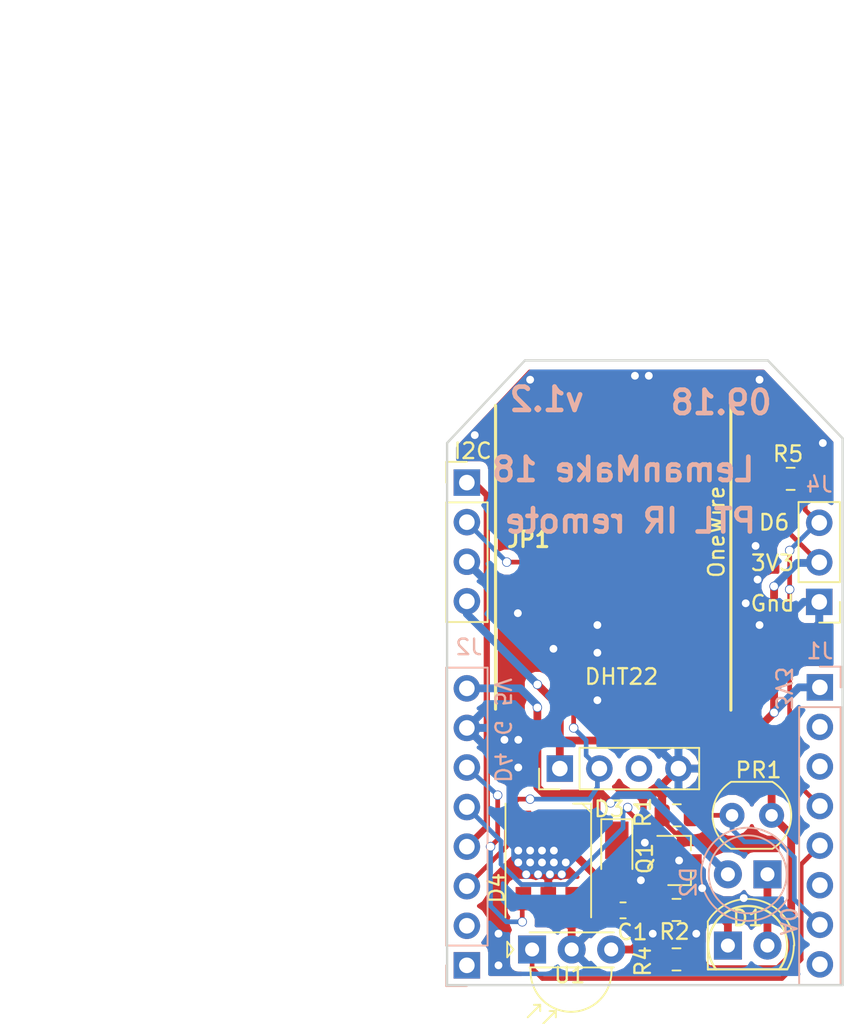
<source format=kicad_pcb>
(kicad_pcb (version 20171130) (host pcbnew "(5.0.0-3-g5ebb6b6)")

  (general
    (thickness 1.6)
    (drawings 29)
    (tracks 236)
    (zones 0)
    (modules 18)
    (nets 26)
  )

  (page A4)
  (title_block
    (title "PTL IR remote ")
    (date 2018-07-28)
    (rev v1.1)
    (company "Post Tenebras Lab")
    (comment 1 "Atelier LemanMake 2018")
  )

  (layers
    (0 F.Cu signal)
    (31 B.Cu signal)
    (32 B.Adhes user)
    (33 F.Adhes user)
    (34 B.Paste user)
    (35 F.Paste user)
    (36 B.SilkS user)
    (37 F.SilkS user)
    (38 B.Mask user)
    (39 F.Mask user)
    (40 Dwgs.User user)
    (41 Cmts.User user)
    (42 Eco1.User user)
    (43 Eco2.User user)
    (44 Edge.Cuts user)
    (45 Margin user hide)
    (46 B.CrtYd user hide)
    (47 F.CrtYd user hide)
    (48 B.Fab user hide)
    (49 F.Fab user hide)
  )

  (setup
    (last_trace_width 0.3)
    (user_trace_width 0.3)
    (user_trace_width 0.5)
    (trace_clearance 0.2)
    (zone_clearance 0.508)
    (zone_45_only no)
    (trace_min 0.3)
    (segment_width 0.2)
    (edge_width 0.15)
    (via_size 0.6)
    (via_drill 0.5)
    (via_min_size 0.2)
    (via_min_drill 0.15)
    (uvia_size 0.3)
    (uvia_drill 0.1)
    (uvias_allowed no)
    (uvia_min_size 0.2)
    (uvia_min_drill 0.1)
    (pcb_text_width 0.3)
    (pcb_text_size 1.5 1.5)
    (mod_edge_width 0.15)
    (mod_text_size 1 1)
    (mod_text_width 0.15)
    (pad_size 2.7 2.7)
    (pad_drill 2.7)
    (pad_to_mask_clearance 0.2)
    (aux_axis_origin 172.72 119.38)
    (grid_origin 172.72 119.38)
    (visible_elements FFFFFF7F)
    (pcbplotparams
      (layerselection 0x010f8_ffffffff)
      (usegerberextensions true)
      (usegerberattributes false)
      (usegerberadvancedattributes false)
      (creategerberjobfile false)
      (excludeedgelayer true)
      (linewidth 0.100000)
      (plotframeref false)
      (viasonmask false)
      (mode 1)
      (useauxorigin true)
      (hpglpennumber 1)
      (hpglpenspeed 20)
      (hpglpendiameter 15.000000)
      (psnegative false)
      (psa4output false)
      (plotreference true)
      (plotvalue true)
      (plotinvisibletext false)
      (padsonsilk false)
      (subtractmaskfromsilk false)
      (outputformat 1)
      (mirror false)
      (drillshape 0)
      (scaleselection 1)
      (outputdirectory "gerber/"))
  )

  (net 0 "")
  (net 1 +3V3)
  (net 2 "Net-(C1-Pad1)")
  (net 3 +5V)
  (net 4 "Net-(D1-Pad2)")
  (net 5 "Net-(Q1-Pad3)")
  (net 6 "Net-(D1-Pad1)")
  (net 7 "Net-(D3-Pad2)")
  (net 8 SDA)
  (net 9 DHT)
  (net 10 OneW)
  (net 11 IRM)
  (net 12 PhR)
  (net 13 IR)
  (net 14 GNDREF)
  (net 15 RGB)
  (net 16 "Net-(D4-Pad6)")
  (net 17 "Net-(D4-Pad3)")
  (net 18 "Net-(D4-Pad2)")
  (net 19 "Net-(J1-Pad8)")
  (net 20 "Net-(J1-Pad6)")
  (net 21 "Net-(J1-Pad3)")
  (net 22 "Net-(J1-Pad2)")
  (net 23 "Net-(J2-Pad1)")
  (net 24 "Net-(J2-Pad2)")
  (net 25 "Net-(JP1-Pad2)")

  (net_class Default "This is the default net class."
    (clearance 0.2)
    (trace_width 0.4)
    (via_dia 0.6)
    (via_drill 0.5)
    (uvia_dia 0.3)
    (uvia_drill 0.1)
    (add_net +3V3)
    (add_net +5V)
    (add_net DHT)
    (add_net GNDREF)
    (add_net IR)
    (add_net IRM)
    (add_net "Net-(C1-Pad1)")
    (add_net "Net-(D1-Pad1)")
    (add_net "Net-(D1-Pad2)")
    (add_net "Net-(D3-Pad2)")
    (add_net "Net-(D4-Pad2)")
    (add_net "Net-(D4-Pad3)")
    (add_net "Net-(D4-Pad6)")
    (add_net "Net-(J1-Pad2)")
    (add_net "Net-(J1-Pad3)")
    (add_net "Net-(J1-Pad6)")
    (add_net "Net-(J1-Pad8)")
    (add_net "Net-(J2-Pad1)")
    (add_net "Net-(J2-Pad2)")
    (add_net "Net-(JP1-Pad2)")
    (add_net "Net-(Q1-Pad3)")
    (add_net OneW)
    (add_net PhR)
    (add_net RGB)
    (add_net SDA)
  )

  (module Package_TO_SOT_SMD:SOT-23 (layer F.Cu) (tedit 5A02FF57) (tstamp 5B71EAC5)
    (at 187.62 111.38)
    (descr "SOT-23, Standard")
    (tags SOT-23)
    (path /5B48C0DB)
    (attr smd)
    (fp_text reference Q1 (at -2.2 -0.128 90) (layer F.SilkS)
      (effects (font (size 1 1) (thickness 0.15)))
    )
    (fp_text value 2N7002 (at 0 2.5) (layer F.Fab)
      (effects (font (size 1 1) (thickness 0.15)))
    )
    (fp_text user %R (at 0 0 90) (layer F.Fab)
      (effects (font (size 0.5 0.5) (thickness 0.075)))
    )
    (fp_line (start -0.7 -0.95) (end -0.7 1.5) (layer F.Fab) (width 0.1))
    (fp_line (start -0.15 -1.52) (end 0.7 -1.52) (layer F.Fab) (width 0.1))
    (fp_line (start -0.7 -0.95) (end -0.15 -1.52) (layer F.Fab) (width 0.1))
    (fp_line (start 0.7 -1.52) (end 0.7 1.52) (layer F.Fab) (width 0.1))
    (fp_line (start -0.7 1.52) (end 0.7 1.52) (layer F.Fab) (width 0.1))
    (fp_line (start 0.76 1.58) (end 0.76 0.65) (layer F.SilkS) (width 0.12))
    (fp_line (start 0.76 -1.58) (end 0.76 -0.65) (layer F.SilkS) (width 0.12))
    (fp_line (start -1.7 -1.75) (end 1.7 -1.75) (layer F.CrtYd) (width 0.05))
    (fp_line (start 1.7 -1.75) (end 1.7 1.75) (layer F.CrtYd) (width 0.05))
    (fp_line (start 1.7 1.75) (end -1.7 1.75) (layer F.CrtYd) (width 0.05))
    (fp_line (start -1.7 1.75) (end -1.7 -1.75) (layer F.CrtYd) (width 0.05))
    (fp_line (start 0.76 -1.58) (end -1.4 -1.58) (layer F.SilkS) (width 0.12))
    (fp_line (start 0.76 1.58) (end -0.7 1.58) (layer F.SilkS) (width 0.12))
    (pad 1 smd rect (at -1 -0.95) (size 0.9 0.8) (layers F.Cu F.Paste F.Mask)
      (net 13 IR))
    (pad 2 smd rect (at -1 0.95) (size 0.9 0.8) (layers F.Cu F.Paste F.Mask)
      (net 14 GNDREF))
    (pad 3 smd rect (at 1 0) (size 0.9 0.8) (layers F.Cu F.Paste F.Mask)
      (net 5 "Net-(Q1-Pad3)"))
    (model ${KISYS3DMOD}/Package_TO_SOT_SMD.3dshapes/SOT-23.wrl
      (at (xyz 0 0 0))
      (scale (xyz 1 1 1))
      (rotate (xyz 0 0 0))
    )
  )

  (module Resistor_SMD:R_0805_2012Metric (layer F.Cu) (tedit 5B36C52B) (tstamp 5B71EAB5)
    (at 194.7825 86.88 180)
    (descr "Resistor SMD 0805 (2012 Metric), square (rectangular) end terminal, IPC_7351 nominal, (Body size source: https://docs.google.com/spreadsheets/d/1BsfQQcO9C6DZCsRaXUlFlo91Tg2WpOkGARC1WS5S8t0/edit?usp=sharing), generated with kicad-footprint-generator")
    (tags resistor)
    (path /5B4AFAC2)
    (attr smd)
    (fp_text reference R5 (at 0.1625 1.6) (layer F.SilkS)
      (effects (font (size 1 1) (thickness 0.15)))
    )
    (fp_text value 4.7kΩ (at 0 1.65 180) (layer F.Fab)
      (effects (font (size 1 1) (thickness 0.15)))
    )
    (fp_text user %R (at 0 0 180) (layer F.Fab)
      (effects (font (size 0.5 0.5) (thickness 0.08)))
    )
    (fp_line (start 1.68 0.95) (end -1.68 0.95) (layer F.CrtYd) (width 0.05))
    (fp_line (start 1.68 -0.95) (end 1.68 0.95) (layer F.CrtYd) (width 0.05))
    (fp_line (start -1.68 -0.95) (end 1.68 -0.95) (layer F.CrtYd) (width 0.05))
    (fp_line (start -1.68 0.95) (end -1.68 -0.95) (layer F.CrtYd) (width 0.05))
    (fp_line (start -0.258578 0.71) (end 0.258578 0.71) (layer F.SilkS) (width 0.12))
    (fp_line (start -0.258578 -0.71) (end 0.258578 -0.71) (layer F.SilkS) (width 0.12))
    (fp_line (start 1 0.6) (end -1 0.6) (layer F.Fab) (width 0.1))
    (fp_line (start 1 -0.6) (end 1 0.6) (layer F.Fab) (width 0.1))
    (fp_line (start -1 -0.6) (end 1 -0.6) (layer F.Fab) (width 0.1))
    (fp_line (start -1 0.6) (end -1 -0.6) (layer F.Fab) (width 0.1))
    (pad 2 smd roundrect (at 0.9375 0 180) (size 0.975 1.4) (layers F.Cu F.Paste F.Mask) (roundrect_rratio 0.25)
      (net 1 +3V3))
    (pad 1 smd roundrect (at -0.9375 0 180) (size 0.975 1.4) (layers F.Cu F.Paste F.Mask) (roundrect_rratio 0.25)
      (net 10 OneW))
    (model ${KISYS3DMOD}/Resistor_SMD.3dshapes/R_0805_2012Metric.wrl
      (at (xyz 0 0 0))
      (scale (xyz 1 1 1))
      (rotate (xyz 0 0 0))
    )
  )

  (module Resistor_SMD:R_0805_2012Metric (layer F.Cu) (tedit 5B36C52B) (tstamp 5B71EAA5)
    (at 187.47 108.48 180)
    (descr "Resistor SMD 0805 (2012 Metric), square (rectangular) end terminal, IPC_7351 nominal, (Body size source: https://docs.google.com/spreadsheets/d/1BsfQQcO9C6DZCsRaXUlFlo91Tg2WpOkGARC1WS5S8t0/edit?usp=sharing), generated with kicad-footprint-generator")
    (tags resistor)
    (path /5B48DE24)
    (attr smd)
    (fp_text reference R1 (at 2.177 0.2 270) (layer F.SilkS)
      (effects (font (size 1 1) (thickness 0.15)))
    )
    (fp_text value "1kΩ (10kΩ)" (at 0 1.65 180) (layer F.Fab)
      (effects (font (size 1 1) (thickness 0.15)))
    )
    (fp_line (start -1 0.6) (end -1 -0.6) (layer F.Fab) (width 0.1))
    (fp_line (start -1 -0.6) (end 1 -0.6) (layer F.Fab) (width 0.1))
    (fp_line (start 1 -0.6) (end 1 0.6) (layer F.Fab) (width 0.1))
    (fp_line (start 1 0.6) (end -1 0.6) (layer F.Fab) (width 0.1))
    (fp_line (start -0.258578 -0.71) (end 0.258578 -0.71) (layer F.SilkS) (width 0.12))
    (fp_line (start -0.258578 0.71) (end 0.258578 0.71) (layer F.SilkS) (width 0.12))
    (fp_line (start -1.68 0.95) (end -1.68 -0.95) (layer F.CrtYd) (width 0.05))
    (fp_line (start -1.68 -0.95) (end 1.68 -0.95) (layer F.CrtYd) (width 0.05))
    (fp_line (start 1.68 -0.95) (end 1.68 0.95) (layer F.CrtYd) (width 0.05))
    (fp_line (start 1.68 0.95) (end -1.68 0.95) (layer F.CrtYd) (width 0.05))
    (fp_text user %R (at 0 0 180) (layer F.Fab)
      (effects (font (size 0.5 0.5) (thickness 0.08)))
    )
    (pad 1 smd roundrect (at -0.9375 0 180) (size 0.975 1.4) (layers F.Cu F.Paste F.Mask) (roundrect_rratio 0.25)
      (net 12 PhR))
    (pad 2 smd roundrect (at 0.9375 0 180) (size 0.975 1.4) (layers F.Cu F.Paste F.Mask) (roundrect_rratio 0.25)
      (net 14 GNDREF))
    (model ${KISYS3DMOD}/Resistor_SMD.3dshapes/R_0805_2012Metric.wrl
      (at (xyz 0 0 0))
      (scale (xyz 1 1 1))
      (rotate (xyz 0 0 0))
    )
  )

  (module Resistor_SMD:R_0805_2012Metric (layer F.Cu) (tedit 5B36C52B) (tstamp 5B71EA95)
    (at 187.452 114.554 180)
    (descr "Resistor SMD 0805 (2012 Metric), square (rectangular) end terminal, IPC_7351 nominal, (Body size source: https://docs.google.com/spreadsheets/d/1BsfQQcO9C6DZCsRaXUlFlo91Tg2WpOkGARC1WS5S8t0/edit?usp=sharing), generated with kicad-footprint-generator")
    (tags resistor)
    (path /5B433CA2)
    (attr smd)
    (fp_text reference R2 (at 0.127 -1.397 180) (layer F.SilkS)
      (effects (font (size 1 1) (thickness 0.15)))
    )
    (fp_text value 22Ω (at 0 1.65 180) (layer F.Fab)
      (effects (font (size 1 1) (thickness 0.15)))
    )
    (fp_text user %R (at 0 0 180) (layer F.Fab)
      (effects (font (size 0.5 0.5) (thickness 0.08)))
    )
    (fp_line (start 1.68 0.95) (end -1.68 0.95) (layer F.CrtYd) (width 0.05))
    (fp_line (start 1.68 -0.95) (end 1.68 0.95) (layer F.CrtYd) (width 0.05))
    (fp_line (start -1.68 -0.95) (end 1.68 -0.95) (layer F.CrtYd) (width 0.05))
    (fp_line (start -1.68 0.95) (end -1.68 -0.95) (layer F.CrtYd) (width 0.05))
    (fp_line (start -0.258578 0.71) (end 0.258578 0.71) (layer F.SilkS) (width 0.12))
    (fp_line (start -0.258578 -0.71) (end 0.258578 -0.71) (layer F.SilkS) (width 0.12))
    (fp_line (start 1 0.6) (end -1 0.6) (layer F.Fab) (width 0.1))
    (fp_line (start 1 -0.6) (end 1 0.6) (layer F.Fab) (width 0.1))
    (fp_line (start -1 -0.6) (end 1 -0.6) (layer F.Fab) (width 0.1))
    (fp_line (start -1 0.6) (end -1 -0.6) (layer F.Fab) (width 0.1))
    (pad 2 smd roundrect (at 0.9375 0 180) (size 0.975 1.4) (layers F.Cu F.Paste F.Mask) (roundrect_rratio 0.25)
      (net 5 "Net-(Q1-Pad3)"))
    (pad 1 smd roundrect (at -0.9375 0 180) (size 0.975 1.4) (layers F.Cu F.Paste F.Mask) (roundrect_rratio 0.25)
      (net 6 "Net-(D1-Pad1)"))
    (model ${KISYS3DMOD}/Resistor_SMD.3dshapes/R_0805_2012Metric.wrl
      (at (xyz 0 0 0))
      (scale (xyz 1 1 1))
      (rotate (xyz 0 0 0))
    )
  )

  (module Resistor_SMD:R_0805_2012Metric (layer F.Cu) (tedit 5B36C52B) (tstamp 5B71EA85)
    (at 187.452 117.729 180)
    (descr "Resistor SMD 0805 (2012 Metric), square (rectangular) end terminal, IPC_7351 nominal, (Body size source: https://docs.google.com/spreadsheets/d/1BsfQQcO9C6DZCsRaXUlFlo91Tg2WpOkGARC1WS5S8t0/edit?usp=sharing), generated with kicad-footprint-generator")
    (tags resistor)
    (path /5B4911B0)
    (attr smd)
    (fp_text reference R4 (at 2.159 -0.127 270) (layer F.SilkS)
      (effects (font (size 1 1) (thickness 0.15)))
    )
    (fp_text value 220Ω (at 0 1.65 180) (layer F.Fab)
      (effects (font (size 1 1) (thickness 0.15)))
    )
    (fp_line (start -1 0.6) (end -1 -0.6) (layer F.Fab) (width 0.1))
    (fp_line (start -1 -0.6) (end 1 -0.6) (layer F.Fab) (width 0.1))
    (fp_line (start 1 -0.6) (end 1 0.6) (layer F.Fab) (width 0.1))
    (fp_line (start 1 0.6) (end -1 0.6) (layer F.Fab) (width 0.1))
    (fp_line (start -0.258578 -0.71) (end 0.258578 -0.71) (layer F.SilkS) (width 0.12))
    (fp_line (start -0.258578 0.71) (end 0.258578 0.71) (layer F.SilkS) (width 0.12))
    (fp_line (start -1.68 0.95) (end -1.68 -0.95) (layer F.CrtYd) (width 0.05))
    (fp_line (start -1.68 -0.95) (end 1.68 -0.95) (layer F.CrtYd) (width 0.05))
    (fp_line (start 1.68 -0.95) (end 1.68 0.95) (layer F.CrtYd) (width 0.05))
    (fp_line (start 1.68 0.95) (end -1.68 0.95) (layer F.CrtYd) (width 0.05))
    (fp_text user %R (at 0 0 180) (layer F.Fab)
      (effects (font (size 0.5 0.5) (thickness 0.08)))
    )
    (pad 1 smd roundrect (at -0.9375 0 180) (size 0.975 1.4) (layers F.Cu F.Paste F.Mask) (roundrect_rratio 0.25)
      (net 1 +3V3))
    (pad 2 smd roundrect (at 0.9375 0 180) (size 0.975 1.4) (layers F.Cu F.Paste F.Mask) (roundrect_rratio 0.25)
      (net 2 "Net-(C1-Pad1)"))
    (model ${KISYS3DMOD}/Resistor_SMD.3dshapes/R_0805_2012Metric.wrl
      (at (xyz 0 0 0))
      (scale (xyz 1 1 1))
      (rotate (xyz 0 0 0))
    )
  )

  (module Connector_PinHeader_2.54mm:PinHeader_1x04_P2.54mm_Vertical (layer F.Cu) (tedit 59FED5CC) (tstamp 5B71DA7F)
    (at 179.959 105.48 90)
    (descr "Through hole straight pin header, 1x04, 2.54mm pitch, single row")
    (tags "Through hole pin header THT 1x04 2.54mm single row")
    (path /5B48F14D)
    (fp_text reference DHT22 (at 5.9 3.961 180) (layer F.SilkS)
      (effects (font (size 1 1) (thickness 0.15)))
    )
    (fp_text value DHT22 (at 0 9.95 90) (layer F.Fab)
      (effects (font (size 1 1) (thickness 0.15)))
    )
    (fp_line (start -0.635 -1.27) (end 1.27 -1.27) (layer F.Fab) (width 0.1))
    (fp_line (start 1.27 -1.27) (end 1.27 8.89) (layer F.Fab) (width 0.1))
    (fp_line (start 1.27 8.89) (end -1.27 8.89) (layer F.Fab) (width 0.1))
    (fp_line (start -1.27 8.89) (end -1.27 -0.635) (layer F.Fab) (width 0.1))
    (fp_line (start -1.27 -0.635) (end -0.635 -1.27) (layer F.Fab) (width 0.1))
    (fp_line (start -1.33 8.95) (end 1.33 8.95) (layer F.SilkS) (width 0.12))
    (fp_line (start -1.33 1.27) (end -1.33 8.95) (layer F.SilkS) (width 0.12))
    (fp_line (start 1.33 1.27) (end 1.33 8.95) (layer F.SilkS) (width 0.12))
    (fp_line (start -1.33 1.27) (end 1.33 1.27) (layer F.SilkS) (width 0.12))
    (fp_line (start -1.33 0) (end -1.33 -1.33) (layer F.SilkS) (width 0.12))
    (fp_line (start -1.33 -1.33) (end 0 -1.33) (layer F.SilkS) (width 0.12))
    (fp_line (start -1.8 -1.8) (end -1.8 9.4) (layer F.CrtYd) (width 0.05))
    (fp_line (start -1.8 9.4) (end 1.8 9.4) (layer F.CrtYd) (width 0.05))
    (fp_line (start 1.8 9.4) (end 1.8 -1.8) (layer F.CrtYd) (width 0.05))
    (fp_line (start 1.8 -1.8) (end -1.8 -1.8) (layer F.CrtYd) (width 0.05))
    (fp_text user %R (at 0 3.81 180) (layer F.Fab)
      (effects (font (size 1 1) (thickness 0.15)))
    )
    (pad 1 thru_hole rect (at 0 0 90) (size 1.7 1.7) (drill 1) (layers *.Cu *.Mask)
      (net 1 +3V3))
    (pad 2 thru_hole oval (at 0 2.54 90) (size 1.7 1.7) (drill 1) (layers *.Cu *.Mask)
      (net 9 DHT))
    (pad 3 thru_hole oval (at 0 5.08 90) (size 1.7 1.7) (drill 1) (layers *.Cu *.Mask))
    (pad 4 thru_hole oval (at 0 7.62 90) (size 1.7 1.7) (drill 1) (layers *.Cu *.Mask)
      (net 14 GNDREF))
    (model "${KIPRJMOD}/footprints/humidity sensor [dht22] [am2303].wrl"
      (offset (xyz 0 -3.8 0))
      (scale (xyz 10 10 10))
      (rotate (xyz 0 0 90))
    )
  )

  (module Connector_PinHeader_2.54mm:PinHeader_1x08_P2.54mm_Vertical (layer B.Cu) (tedit 59FED5CC) (tstamp 5B71DA36)
    (at 196.6595 100.2665 180)
    (descr "Through hole straight pin header, 1x08, 2.54mm pitch, single row")
    (tags "Through hole pin header THT 1x08 2.54mm single row")
    (path /5B4B47C9)
    (fp_text reference J1 (at 0 2.33 180) (layer B.SilkS)
      (effects (font (size 1 1) (thickness 0.15)) (justify mirror))
    )
    (fp_text value 8p (at 0 -20.11 180) (layer B.Fab)
      (effects (font (size 1 1) (thickness 0.15)) (justify mirror))
    )
    (fp_text user %R (at 0 -8.89 90) (layer B.Fab)
      (effects (font (size 1 1) (thickness 0.15)) (justify mirror))
    )
    (fp_line (start 1.8 1.8) (end -1.8 1.8) (layer B.CrtYd) (width 0.05))
    (fp_line (start 1.8 -19.55) (end 1.8 1.8) (layer B.CrtYd) (width 0.05))
    (fp_line (start -1.8 -19.55) (end 1.8 -19.55) (layer B.CrtYd) (width 0.05))
    (fp_line (start -1.8 1.8) (end -1.8 -19.55) (layer B.CrtYd) (width 0.05))
    (fp_line (start -1.33 1.33) (end 0 1.33) (layer B.SilkS) (width 0.12))
    (fp_line (start -1.33 0) (end -1.33 1.33) (layer B.SilkS) (width 0.12))
    (fp_line (start -1.33 -1.27) (end 1.33 -1.27) (layer B.SilkS) (width 0.12))
    (fp_line (start 1.33 -1.27) (end 1.33 -19.11) (layer B.SilkS) (width 0.12))
    (fp_line (start -1.33 -1.27) (end -1.33 -19.11) (layer B.SilkS) (width 0.12))
    (fp_line (start -1.33 -19.11) (end 1.33 -19.11) (layer B.SilkS) (width 0.12))
    (fp_line (start -1.27 0.635) (end -0.635 1.27) (layer B.Fab) (width 0.1))
    (fp_line (start -1.27 -19.05) (end -1.27 0.635) (layer B.Fab) (width 0.1))
    (fp_line (start 1.27 -19.05) (end -1.27 -19.05) (layer B.Fab) (width 0.1))
    (fp_line (start 1.27 1.27) (end 1.27 -19.05) (layer B.Fab) (width 0.1))
    (fp_line (start -0.635 1.27) (end 1.27 1.27) (layer B.Fab) (width 0.1))
    (pad 8 thru_hole oval (at 0 -17.78 180) (size 1.7 1.7) (drill 1) (layers *.Cu *.Mask)
      (net 19 "Net-(J1-Pad8)"))
    (pad 7 thru_hole oval (at 0 -15.24 180) (size 1.7 1.7) (drill 1) (layers *.Cu *.Mask)
      (net 12 PhR))
    (pad 6 thru_hole oval (at 0 -12.7 180) (size 1.7 1.7) (drill 1) (layers *.Cu *.Mask)
      (net 20 "Net-(J1-Pad6)"))
    (pad 5 thru_hole oval (at 0 -10.16 180) (size 1.7 1.7) (drill 1) (layers *.Cu *.Mask)
      (net 11 IRM))
    (pad 4 thru_hole oval (at 0 -7.62 180) (size 1.7 1.7) (drill 1) (layers *.Cu *.Mask)
      (net 10 OneW))
    (pad 3 thru_hole oval (at 0 -5.08 180) (size 1.7 1.7) (drill 1) (layers *.Cu *.Mask)
      (net 21 "Net-(J1-Pad3)"))
    (pad 2 thru_hole oval (at 0 -2.54 180) (size 1.7 1.7) (drill 1) (layers *.Cu *.Mask)
      (net 22 "Net-(J1-Pad2)"))
    (pad 1 thru_hole rect (at 0 0 180) (size 1.7 1.7) (drill 1) (layers *.Cu *.Mask)
      (net 1 +3V3))
    (model ${KISYS3DMOD}/Connector_PinHeader_2.54mm.3dshapes/PinHeader_1x08_P2.54mm_Vertical.wrl
      (at (xyz 0 0 0))
      (scale (xyz 1 1 1))
      (rotate (xyz 0 0 0))
    )
  )

  (module Connector_PinHeader_2.54mm:PinHeader_1x08_P2.54mm_Vertical (layer B.Cu) (tedit 59FED5CC) (tstamp 5B71DA1B)
    (at 173.99 118.11)
    (descr "Through hole straight pin header, 1x08, 2.54mm pitch, single row")
    (tags "Through hole pin header THT 1x08 2.54mm single row")
    (path /5B4B4972)
    (fp_text reference J2 (at 0.13 -20.43) (layer B.SilkS)
      (effects (font (size 1 1) (thickness 0.15)) (justify mirror))
    )
    (fp_text value 8p (at 0 -20.11) (layer B.Fab)
      (effects (font (size 1 1) (thickness 0.15)) (justify mirror))
    )
    (fp_line (start -0.635 1.27) (end 1.27 1.27) (layer B.Fab) (width 0.1))
    (fp_line (start 1.27 1.27) (end 1.27 -19.05) (layer B.Fab) (width 0.1))
    (fp_line (start 1.27 -19.05) (end -1.27 -19.05) (layer B.Fab) (width 0.1))
    (fp_line (start -1.27 -19.05) (end -1.27 0.635) (layer B.Fab) (width 0.1))
    (fp_line (start -1.27 0.635) (end -0.635 1.27) (layer B.Fab) (width 0.1))
    (fp_line (start -1.33 -19.11) (end 1.33 -19.11) (layer B.SilkS) (width 0.12))
    (fp_line (start -1.33 -1.27) (end -1.33 -19.11) (layer B.SilkS) (width 0.12))
    (fp_line (start 1.33 -1.27) (end 1.33 -19.11) (layer B.SilkS) (width 0.12))
    (fp_line (start -1.33 -1.27) (end 1.33 -1.27) (layer B.SilkS) (width 0.12))
    (fp_line (start -1.33 0) (end -1.33 1.33) (layer B.SilkS) (width 0.12))
    (fp_line (start -1.33 1.33) (end 0 1.33) (layer B.SilkS) (width 0.12))
    (fp_line (start -1.8 1.8) (end -1.8 -19.55) (layer B.CrtYd) (width 0.05))
    (fp_line (start -1.8 -19.55) (end 1.8 -19.55) (layer B.CrtYd) (width 0.05))
    (fp_line (start 1.8 -19.55) (end 1.8 1.8) (layer B.CrtYd) (width 0.05))
    (fp_line (start 1.8 1.8) (end -1.8 1.8) (layer B.CrtYd) (width 0.05))
    (fp_text user %R (at 0 -8.89 -90) (layer B.Fab)
      (effects (font (size 1 1) (thickness 0.15)) (justify mirror))
    )
    (pad 1 thru_hole rect (at 0 0) (size 1.7 1.7) (drill 1) (layers *.Cu *.Mask)
      (net 23 "Net-(J2-Pad1)"))
    (pad 2 thru_hole oval (at 0 -2.54) (size 1.7 1.7) (drill 1) (layers *.Cu *.Mask)
      (net 24 "Net-(J2-Pad2)"))
    (pad 3 thru_hole oval (at 0 -5.08) (size 1.7 1.7) (drill 1) (layers *.Cu *.Mask)
      (net 9 DHT))
    (pad 4 thru_hole oval (at 0 -7.62) (size 1.7 1.7) (drill 1) (layers *.Cu *.Mask)
      (net 8 SDA))
    (pad 5 thru_hole oval (at 0 -10.16) (size 1.7 1.7) (drill 1) (layers *.Cu *.Mask)
      (net 13 IR))
    (pad 6 thru_hole oval (at 0 -12.7) (size 1.7 1.7) (drill 1) (layers *.Cu *.Mask)
      (net 15 RGB))
    (pad 7 thru_hole oval (at 0 -15.24) (size 1.7 1.7) (drill 1) (layers *.Cu *.Mask)
      (net 14 GNDREF))
    (pad 8 thru_hole oval (at 0 -17.78) (size 1.7 1.7) (drill 1) (layers *.Cu *.Mask)
      (net 3 +5V))
    (model ${KISYS3DMOD}/Connector_PinHeader_2.54mm.3dshapes/PinHeader_1x08_P2.54mm_Vertical.wrl
      (at (xyz 0 0 0))
      (scale (xyz 1 1 1))
      (rotate (xyz 0 0 0))
    )
    (model ${KIPRJMOD}/footprints/d1_mini_shield.wrl
      (offset (xyz -1.5 -26 8))
      (scale (xyz 0.3937 0.3937 0.3937))
      (rotate (xyz 0 0 0))
    )
    (model ${KIPRJMOD}/footprints/SLW-108-01-G-S.wrl
      (offset (xyz 0 -8.5 8))
      (scale (xyz 0.3937 0.3937 0.3937))
      (rotate (xyz 90 0 90))
    )
    (model ${KIPRJMOD}/footprints/SLW-108-01-G-S.wrl
      (offset (xyz 22.7 -8.5 8))
      (scale (xyz 0.3937 0.3937 0.3937))
      (rotate (xyz 90 0 90))
    )
  )

  (module LED_SMD:LED_WS2812_PLCC6_5.0x5.0mm_P1.6mm (layer F.Cu) (tedit 5AA4B296) (tstamp 5B71D9B9)
    (at 179.22 111.38 270)
    (descr https://cdn-shop.adafruit.com/datasheets/WS2812.pdf)
    (tags "LED RGB NeoPixel")
    (path /5B5EE0C0)
    (attr smd)
    (fp_text reference D4 (at 1.777 3.325 270) (layer F.SilkS)
      (effects (font (size 1 1) (thickness 0.15)))
    )
    (fp_text value WS2813 (at 0 4 270) (layer F.Fab)
      (effects (font (size 1 1) (thickness 0.15)))
    )
    (fp_text user %R (at 0 0 270) (layer F.Fab)
      (effects (font (size 0.8 0.8) (thickness 0.15)))
    )
    (fp_line (start 3.45 -2.75) (end -3.45 -2.75) (layer F.CrtYd) (width 0.05))
    (fp_line (start 3.45 2.75) (end 3.45 -2.75) (layer F.CrtYd) (width 0.05))
    (fp_line (start -3.45 2.75) (end 3.45 2.75) (layer F.CrtYd) (width 0.05))
    (fp_line (start -3.45 -2.75) (end -3.45 2.75) (layer F.CrtYd) (width 0.05))
    (fp_line (start -2.5 -1.5) (end -1.5 -2.5) (layer F.Fab) (width 0.1))
    (fp_line (start -2.5 -2.5) (end 2.5 -2.5) (layer F.Fab) (width 0.1))
    (fp_line (start 2.5 -2.5) (end 2.5 2.5) (layer F.Fab) (width 0.1))
    (fp_line (start 2.5 2.5) (end -2.5 2.5) (layer F.Fab) (width 0.1))
    (fp_line (start -2.5 2.5) (end -2.5 -2.5) (layer F.Fab) (width 0.1))
    (fp_line (start -3.65 2.75) (end 3.65 2.75) (layer F.SilkS) (width 0.12))
    (fp_line (start -3.65 -1.6) (end -3.65 -2.75) (layer F.SilkS) (width 0.12))
    (fp_line (start -3.65 -2.75) (end 3.65 -2.75) (layer F.SilkS) (width 0.12))
    (fp_circle (center 0 0) (end 0 -2) (layer F.Fab) (width 0.1))
    (pad 4 smd rect (at 2.45 1.6 270) (size 1.5 1) (layers F.Cu F.Paste F.Mask)
      (net 15 RGB))
    (pad 5 smd rect (at 2.45 0 270) (size 1.5 1) (layers F.Cu F.Paste F.Mask)
      (net 14 GNDREF))
    (pad 6 smd rect (at 2.45 -1.6 270) (size 1.5 1) (layers F.Cu F.Paste F.Mask)
      (net 16 "Net-(D4-Pad6)"))
    (pad 3 smd rect (at -2.45 1.6 270) (size 1.5 1) (layers F.Cu F.Paste F.Mask)
      (net 17 "Net-(D4-Pad3)"))
    (pad 2 smd rect (at -2.45 0 270) (size 1.5 1) (layers F.Cu F.Paste F.Mask)
      (net 18 "Net-(D4-Pad2)"))
    (pad 1 smd rect (at -2.45 -1.6 270) (size 1.5 1) (layers F.Cu F.Paste F.Mask)
      (net 7 "Net-(D3-Pad2)"))
    (model ${KISYS3DMOD}/LED_SMD.3dshapes/LED_WS2812_PLCC6_5.0x5.0mm_P1.6mm.wrl
      (at (xyz 0 0 0))
      (scale (xyz 1 1 1))
      (rotate (xyz 0 0 0))
    )
    (model ${KISYS3DMOD}/LED_SMD.3dshapes/LED_WS2812-PLCC6.wrl
      (at (xyz 0 0 0))
      (scale (xyz 0.393 0.393 0.393))
      (rotate (xyz 0 0 0))
    )
  )

  (module OptoDevice:R_LDR_4.9x4.2mm_P2.54mm_Vertical (layer F.Cu) (tedit 5A6C6585) (tstamp 5B71D91E)
    (at 193.56 108.48 180)
    (descr "Resistor, LDR 4.9x4.2mm")
    (tags "Resistor LDR4.9x4.2")
    (path /5B48DA29)
    (fp_text reference PR1 (at 0.84 2.9) (layer F.SilkS)
      (effects (font (size 1 1) (thickness 0.15)))
    )
    (fp_text value "PHOTO (1MΩ)" (at 1.17 3.1 180) (layer F.Fab)
      (effects (font (size 1 1) (thickness 0.15)))
    )
    (fp_text user %R (at 1.27 0 -90) (layer F.Fab)
      (effects (font (size 1 1) (thickness 0.15)))
    )
    (fp_line (start -0.05 2.15) (end 2.6 2.15) (layer F.SilkS) (width 0.12))
    (fp_line (start -0.05 -2.15) (end 2.6 -2.15) (layer F.SilkS) (width 0.12))
    (fp_line (start 0.87 -1.2) (end 2.17 -1.2) (layer F.Fab) (width 0.1))
    (fp_line (start 1.67 -0.6) (end 0.87 -0.6) (layer F.Fab) (width 0.1))
    (fp_line (start 0.87 0) (end 1.67 0) (layer F.Fab) (width 0.1))
    (fp_line (start 1.67 0.6) (end 0.87 0.6) (layer F.Fab) (width 0.1))
    (fp_line (start 0.37 1.2) (end 1.67 1.2) (layer F.Fab) (width 0.1))
    (fp_line (start 0.37 -1.8) (end 2.17 -1.8) (layer F.Fab) (width 0.1))
    (fp_line (start 2.17 -1.8) (end 2.17 -1.2) (layer F.Fab) (width 0.1))
    (fp_line (start 0.87 -1.2) (end 0.87 -0.6) (layer F.Fab) (width 0.1))
    (fp_line (start 1.67 -0.6) (end 1.67 0) (layer F.Fab) (width 0.1))
    (fp_line (start 0.87 0) (end 0.87 0.6) (layer F.Fab) (width 0.1))
    (fp_line (start 1.67 0.6) (end 1.67 1.2) (layer F.Fab) (width 0.1))
    (fp_line (start 0.37 1.2) (end 0.37 1.8) (layer F.Fab) (width 0.1))
    (fp_line (start 0.37 1.8) (end 2.17 1.8) (layer F.Fab) (width 0.1))
    (fp_line (start 2.57 2.1) (end -0.03 2.1) (layer F.Fab) (width 0.1))
    (fp_line (start -0.03 -2.1) (end 2.57 -2.1) (layer F.Fab) (width 0.1))
    (fp_line (start -1.45 -2.35) (end 3.99 -2.35) (layer F.CrtYd) (width 0.05))
    (fp_line (start -1.45 -2.35) (end -1.45 2.35) (layer F.CrtYd) (width 0.05))
    (fp_line (start 3.99 2.35) (end 3.99 -2.35) (layer F.CrtYd) (width 0.05))
    (fp_line (start 3.99 2.35) (end -1.45 2.35) (layer F.CrtYd) (width 0.05))
    (fp_arc (start 1.25 0) (end -0.05 2.15) (angle 117) (layer F.SilkS) (width 0.12))
    (fp_arc (start 1.25 0) (end 2.6 -2.15) (angle 115) (layer F.SilkS) (width 0.12))
    (fp_arc (start 1.27 0) (end 2.57 -2.1) (angle 115) (layer F.Fab) (width 0.1))
    (fp_arc (start 1.27 0) (end -0.03 2.1) (angle 115) (layer F.Fab) (width 0.1))
    (pad 1 thru_hole circle (at 0 0 180) (size 1.6 1.6) (drill 0.8) (layers *.Cu *.Mask)
      (net 1 +3V3))
    (pad 2 thru_hole circle (at 2.54 0 180) (size 1.6 1.6) (drill 0.8) (layers *.Cu *.Mask)
      (net 12 PhR))
    (model ${KISYS3DMOD}/OptoDevice.3dshapes/R_LDR_4.9x4.2mm_P2.54mm_Vertical.wrl
      (at (xyz 0 0 0))
      (scale (xyz 1 1 1))
      (rotate (xyz 0 0 0))
    )
  )

  (module Capacitor_SMD:C_0603_1608Metric_Pad1.05x0.95mm_HandSolder (layer F.Cu) (tedit 5B301BBE) (tstamp 5B82156F)
    (at 184.02 114.58 180)
    (descr "Capacitor SMD 0603 (1608 Metric), square (rectangular) end terminal, IPC_7351 nominal with elongated pad for handsoldering. (Body size source: http://www.tortai-tech.com/upload/download/2011102023233369053.pdf), generated with kicad-footprint-generator")
    (tags "capacitor handsolder")
    (path /5B4343A1)
    (attr smd)
    (fp_text reference C1 (at -0.6 -1.4 180) (layer F.SilkS)
      (effects (font (size 1 1) (thickness 0.15)))
    )
    (fp_text value 100n (at 0 1.43 180) (layer F.Fab)
      (effects (font (size 1 1) (thickness 0.15)))
    )
    (fp_line (start -0.8 0.4) (end -0.8 -0.4) (layer F.Fab) (width 0.1))
    (fp_line (start -0.8 -0.4) (end 0.8 -0.4) (layer F.Fab) (width 0.1))
    (fp_line (start 0.8 -0.4) (end 0.8 0.4) (layer F.Fab) (width 0.1))
    (fp_line (start 0.8 0.4) (end -0.8 0.4) (layer F.Fab) (width 0.1))
    (fp_line (start -0.171267 -0.51) (end 0.171267 -0.51) (layer F.SilkS) (width 0.12))
    (fp_line (start -0.171267 0.51) (end 0.171267 0.51) (layer F.SilkS) (width 0.12))
    (fp_line (start -1.65 0.73) (end -1.65 -0.73) (layer F.CrtYd) (width 0.05))
    (fp_line (start -1.65 -0.73) (end 1.65 -0.73) (layer F.CrtYd) (width 0.05))
    (fp_line (start 1.65 -0.73) (end 1.65 0.73) (layer F.CrtYd) (width 0.05))
    (fp_line (start 1.65 0.73) (end -1.65 0.73) (layer F.CrtYd) (width 0.05))
    (fp_text user %R (at 0 0 180) (layer F.Fab)
      (effects (font (size 0.4 0.4) (thickness 0.06)))
    )
    (pad 1 smd roundrect (at -0.875 0 180) (size 1.05 0.95) (layers F.Cu F.Paste F.Mask) (roundrect_rratio 0.25)
      (net 2 "Net-(C1-Pad1)"))
    (pad 2 smd roundrect (at 0.875 0 180) (size 1.05 0.95) (layers F.Cu F.Paste F.Mask) (roundrect_rratio 0.25)
      (net 14 GNDREF))
    (model ${KISYS3DMOD}/Capacitor_SMD.3dshapes/C_0603_1608Metric.wrl
      (at (xyz 0 0 0))
      (scale (xyz 1 1 1))
      (rotate (xyz 0 0 0))
    )
  )

  (module LED_THT:LED_D5.0mm_IRGrey (layer B.Cu) (tedit 5A6C9BB8) (tstamp 5B71C99A)
    (at 193.294 112.268 180)
    (descr "LED, diameter 5.0mm, 2 pins, http://cdn-reichelt.de/documents/datenblatt/A500/LL-504BC2E-009.pdf")
    (tags "LED diameter 5.0mm 2 pins")
    (path /5B4AEBDC)
    (fp_text reference D2 (at 5.074 -0.508 90) (layer B.SilkS)
      (effects (font (size 1 1) (thickness 0.15)) (justify mirror))
    )
    (fp_text value IR204A (at 1.27 -3.96 180) (layer B.Fab)
      (effects (font (size 1 1) (thickness 0.15)) (justify mirror))
    )
    (fp_text user %R (at 1.25 0 180) (layer B.Fab)
      (effects (font (size 0.8 0.8) (thickness 0.2)) (justify mirror))
    )
    (fp_line (start -1.23 1.469694) (end -1.23 -1.469694) (layer B.Fab) (width 0.1))
    (fp_line (start -1.29 1.545) (end -1.29 -1.545) (layer B.SilkS) (width 0.12))
    (fp_line (start -1.95 3.25) (end -1.95 -3.25) (layer B.CrtYd) (width 0.05))
    (fp_line (start -1.95 -3.25) (end 4.5 -3.25) (layer B.CrtYd) (width 0.05))
    (fp_line (start 4.5 -3.25) (end 4.5 3.25) (layer B.CrtYd) (width 0.05))
    (fp_line (start 4.5 3.25) (end -1.95 3.25) (layer B.CrtYd) (width 0.05))
    (fp_circle (center 1.27 0) (end 3.77 0) (layer B.Fab) (width 0.1))
    (fp_circle (center 1.27 0) (end 3.77 0) (layer B.SilkS) (width 0.12))
    (fp_arc (start 1.27 0) (end -1.23 1.469694) (angle -299.1) (layer B.Fab) (width 0.1))
    (fp_arc (start 1.27 0) (end -1.29 1.54483) (angle -148.9) (layer B.SilkS) (width 0.12))
    (fp_arc (start 1.27 0) (end -1.29 -1.54483) (angle 148.9) (layer B.SilkS) (width 0.12))
    (pad 1 thru_hole rect (at 0 0 180) (size 1.8 1.8) (drill 0.9) (layers *.Cu *.Mask)
      (net 4 "Net-(D1-Pad2)"))
    (pad 2 thru_hole circle (at 2.54 0 180) (size 1.8 1.8) (drill 0.9) (layers *.Cu *.Mask)
      (net 3 +5V))
    (model ${KISYS3DMOD}/LED_THT.3dshapes/LED_D5.0mm_IRGrey.wrl
      (at (xyz 0 0 0))
      (scale (xyz 1 1 1))
      (rotate (xyz 0 0 0))
    )
  )

  (module Diode_SMD:D_PowerDI-123 (layer F.Cu) (tedit 588FC24C) (tstamp 5B7BD4C4)
    (at 183.62 110.93 270)
    (descr http://www.diodes.com/_files/datasheets/ds30497.pdf)
    (tags "PowerDI diode vishay")
    (path /5B5B8E95)
    (attr smd)
    (fp_text reference D3 (at -2.853 0.486) (layer F.SilkS)
      (effects (font (size 1 1) (thickness 0.15)))
    )
    (fp_text value DIODE (at 0 2.5 270) (layer F.Fab)
      (effects (font (size 1 1) (thickness 0.15)))
    )
    (fp_text user %R (at 0 -2 270) (layer F.Fab)
      (effects (font (size 1 1) (thickness 0.15)))
    )
    (fp_line (start 0.3 0) (end 0.7 0) (layer F.Fab) (width 0.1))
    (fp_line (start 0.3 -0.5) (end -0.5 0) (layer F.Fab) (width 0.1))
    (fp_line (start 0.3 0.5) (end 0.3 -0.5) (layer F.Fab) (width 0.1))
    (fp_line (start -0.5 0) (end 0.3 0.5) (layer F.Fab) (width 0.1))
    (fp_line (start -0.5 0) (end -0.5 0.5) (layer F.Fab) (width 0.1))
    (fp_line (start -0.5 0) (end -0.5 -0.5) (layer F.Fab) (width 0.1))
    (fp_line (start -0.8 0) (end -0.5 0) (layer F.Fab) (width 0.1))
    (fp_line (start -1.4 0.9) (end -1.4 -0.9) (layer F.Fab) (width 0.1))
    (fp_line (start 1.4 0.9) (end -1.4 0.9) (layer F.Fab) (width 0.1))
    (fp_line (start 1.4 -0.9) (end 1.4 0.9) (layer F.Fab) (width 0.1))
    (fp_line (start -1.4 -0.9) (end 1.4 -0.9) (layer F.Fab) (width 0.1))
    (fp_line (start 2.5 1.3) (end -2.5 1.3) (layer F.CrtYd) (width 0.05))
    (fp_line (start 2.5 -1.3) (end 2.5 1.3) (layer F.CrtYd) (width 0.05))
    (fp_line (start -2.5 -1.3) (end 2.5 -1.3) (layer F.CrtYd) (width 0.05))
    (fp_line (start -2.5 1.3) (end -2.5 -1.3) (layer F.CrtYd) (width 0.05))
    (fp_line (start 1 -1) (end -2.2 -1) (layer F.SilkS) (width 0.12))
    (fp_line (start -2.2 1) (end 1 1) (layer F.SilkS) (width 0.12))
    (fp_line (start -2.2 1) (end -2.2 -1) (layer F.SilkS) (width 0.12))
    (pad 1 smd rect (at -0.85 0 90) (size 2.4 1.5) (layers F.Cu F.Paste F.Mask)
      (net 3 +5V))
    (pad 2 smd rect (at 1.525 0 90) (size 1.05 1.5) (layers F.Cu F.Paste F.Mask)
      (net 7 "Net-(D3-Pad2)"))
    (model ${KISYS3DMOD}/Diode_SMD.3dshapes/D_PowerDI-123.wrl
      (at (xyz 0 0 0))
      (scale (xyz 1 1 1))
      (rotate (xyz 0 0 0))
    )
  )

  (module PTL-ino:solder-jumper-2 (layer F.Cu) (tedit 56E4D9A4) (tstamp 5B6F1CAD)
    (at 178.054 92.976 90)
    (path /5B5D2C34)
    (fp_text reference JP1 (at 2.2 -0.1) (layer F.SilkS)
      (effects (font (size 1 1) (thickness 0.2)))
    )
    (fp_text value Jumper (at 0.5 2.5 90) (layer F.SilkS) hide
      (effects (font (size 1 1) (thickness 0.15)))
    )
    (pad 2 smd trapezoid (at 0.75 0 90) (size 1 1) (rect_delta 0.5 0 ) (layers F.Cu F.Paste F.Mask)
      (net 25 "Net-(JP1-Pad2)"))
    (pad 1 smd trapezoid (at -0.75 0 90) (size 1 1) (rect_delta -0.5 0 ) (layers F.Cu F.Paste F.Mask)
      (net 9 DHT))
  )

  (module Connector_PinHeader_2.54mm:PinHeader_1x03_P2.54mm_Vertical (layer F.Cu) (tedit 59FED5CC) (tstamp 5B6EED92)
    (at 196.62 94.78 180)
    (descr "Through hole straight pin header, 1x03, 2.54mm pitch, single row")
    (tags "Through hole pin header THT 1x03 2.54mm single row")
    (path /5B62EF32)
    (fp_text reference J4 (at 0 7.54 180) (layer B.SilkS)
      (effects (font (size 1 1) (thickness 0.15)) (justify mirror))
    )
    (fp_text value Conn_01x03_Female (at 0 7.41 180) (layer F.Fab)
      (effects (font (size 1 1) (thickness 0.15)))
    )
    (fp_line (start -0.635 -1.27) (end 1.27 -1.27) (layer F.Fab) (width 0.1))
    (fp_line (start 1.27 -1.27) (end 1.27 6.35) (layer F.Fab) (width 0.1))
    (fp_line (start 1.27 6.35) (end -1.27 6.35) (layer F.Fab) (width 0.1))
    (fp_line (start -1.27 6.35) (end -1.27 -0.635) (layer F.Fab) (width 0.1))
    (fp_line (start -1.27 -0.635) (end -0.635 -1.27) (layer F.Fab) (width 0.1))
    (fp_line (start -1.33 6.41) (end 1.33 6.41) (layer F.SilkS) (width 0.12))
    (fp_line (start -1.33 1.27) (end -1.33 6.41) (layer F.SilkS) (width 0.12))
    (fp_line (start 1.33 1.27) (end 1.33 6.41) (layer F.SilkS) (width 0.12))
    (fp_line (start -1.33 1.27) (end 1.33 1.27) (layer F.SilkS) (width 0.12))
    (fp_line (start -1.33 0) (end -1.33 -1.33) (layer F.SilkS) (width 0.12))
    (fp_line (start -1.33 -1.33) (end 0 -1.33) (layer F.SilkS) (width 0.12))
    (fp_line (start -1.8 -1.8) (end -1.8 6.85) (layer F.CrtYd) (width 0.05))
    (fp_line (start -1.8 6.85) (end 1.8 6.85) (layer F.CrtYd) (width 0.05))
    (fp_line (start 1.8 6.85) (end 1.8 -1.8) (layer F.CrtYd) (width 0.05))
    (fp_line (start 1.8 -1.8) (end -1.8 -1.8) (layer F.CrtYd) (width 0.05))
    (fp_text user %R (at 0 2.54 270) (layer F.Fab)
      (effects (font (size 1 1) (thickness 0.15)))
    )
    (pad 1 thru_hole rect (at 0 0 180) (size 1.7 1.7) (drill 1) (layers *.Cu *.Mask)
      (net 14 GNDREF))
    (pad 2 thru_hole oval (at 0 2.54 180) (size 1.7 1.7) (drill 1) (layers *.Cu *.Mask)
      (net 1 +3V3))
    (pad 3 thru_hole oval (at 0 5.08 180) (size 1.7 1.7) (drill 1) (layers *.Cu *.Mask)
      (net 10 OneW))
  )

  (module Connector_PinHeader_2.54mm:PinHeader_1x04_P2.54mm_Vertical (layer F.Cu) (tedit 5B75EF01) (tstamp 5B75DB08)
    (at 173.99 87.122)
    (descr "Through hole straight pin header, 1x04, 2.54mm pitch, single row")
    (tags "Through hole pin header THT 1x04 2.54mm single row")
    (path /5B48E4DC)
    (fp_text reference bme280 (at 0 -2.33) (layer F.SilkS) hide
      (effects (font (size 1 1) (thickness 0.15)))
    )
    (fp_text value bme280 (at 0 9.95) (layer F.Fab)
      (effects (font (size 1 1) (thickness 0.15)))
    )
    (fp_line (start -0.635 -1.27) (end 1.27 -1.27) (layer F.Fab) (width 0.1))
    (fp_line (start 1.27 -1.27) (end 1.27 8.89) (layer F.Fab) (width 0.1))
    (fp_line (start 1.27 8.89) (end -1.27 8.89) (layer F.Fab) (width 0.1))
    (fp_line (start -1.27 8.89) (end -1.27 -0.635) (layer F.Fab) (width 0.1))
    (fp_line (start -1.27 -0.635) (end -0.635 -1.27) (layer F.Fab) (width 0.1))
    (fp_line (start -1.33 8.95) (end 1.33 8.95) (layer F.SilkS) (width 0.12))
    (fp_line (start -1.33 1.27) (end -1.33 8.95) (layer F.SilkS) (width 0.12))
    (fp_line (start 1.33 1.27) (end 1.33 8.95) (layer F.SilkS) (width 0.12))
    (fp_line (start -1.33 1.27) (end 1.33 1.27) (layer F.SilkS) (width 0.12))
    (fp_line (start -1.33 0) (end -1.33 -1.33) (layer F.SilkS) (width 0.12))
    (fp_line (start -1.33 -1.33) (end 0 -1.33) (layer F.SilkS) (width 0.12))
    (fp_line (start -1.8 -1.8) (end -1.8 9.4) (layer F.CrtYd) (width 0.05))
    (fp_line (start -1.8 9.4) (end 1.8 9.4) (layer F.CrtYd) (width 0.05))
    (fp_line (start 1.8 9.4) (end 1.8 -1.8) (layer F.CrtYd) (width 0.05))
    (fp_line (start 1.8 -1.8) (end -1.8 -1.8) (layer F.CrtYd) (width 0.05))
    (fp_text user %R (at 0 3.81 90) (layer F.Fab)
      (effects (font (size 1 1) (thickness 0.15)))
    )
    (pad 1 thru_hole rect (at 0 0) (size 1.7 1.7) (drill 1) (layers *.Cu *.Mask)
      (net 8 SDA))
    (pad 2 thru_hole oval (at 0 2.54) (size 1.7 1.7) (drill 1) (layers *.Cu *.Mask)
      (net 25 "Net-(JP1-Pad2)"))
    (pad 3 thru_hole oval (at 0 5.08) (size 1.7 1.7) (drill 1) (layers *.Cu *.Mask)
      (net 14 GNDREF))
    (pad 4 thru_hole oval (at 0 7.62) (size 1.7 1.7) (drill 1) (layers *.Cu *.Mask)
      (net 1 +3V3))
    (model ${KISYS3DMOD}/Connector_PinHeader_2.54mm.3dshapes/PinHeader_1x04_P2.54mm_Vertical.wrl
      (at (xyz 0 0 0))
      (scale (xyz 1 1 1))
      (rotate (xyz 0 0 0))
    )
  )

  (module LED_THT:LED_D5.0mm_IRGrey (layer F.Cu) (tedit 5B674E8D) (tstamp 5B75DB09)
    (at 190.754 116.84)
    (descr "LED, diameter 5.0mm, 2 pins, http://cdn-reichelt.de/documents/datenblatt/A500/LL-504BC2E-009.pdf")
    (tags "LED diameter 5.0mm 2 pins")
    (path /5B433B66)
    (fp_text reference D1 (at 1.27 -1.76) (layer F.SilkS)
      (effects (font (size 1 1) (thickness 0.15)))
    )
    (fp_text value IR204A (at 1.27 3.96) (layer F.Fab)
      (effects (font (size 1 1) (thickness 0.15)))
    )
    (fp_arc (start 1.27 0) (end 3.81 1.524) (angle -30.97263488) (layer F.SilkS) (width 0.12))
    (fp_arc (start 1.27 0) (end -1.29 -1.54483) (angle 148.9) (layer F.SilkS) (width 0.12))
    (fp_arc (start 1.27 0) (end -1.23 -1.469694) (angle 299.1) (layer F.Fab) (width 0.1))
    (fp_line (start 4.5 -3.25) (end -1.95 -3.25) (layer F.CrtYd) (width 0.05))
    (fp_line (start 4.5 3.25) (end 4.5 -3.25) (layer F.CrtYd) (width 0.05))
    (fp_line (start -1.95 3.25) (end 4.5 3.25) (layer F.CrtYd) (width 0.05))
    (fp_line (start -1.95 -3.25) (end -1.95 3.25) (layer F.CrtYd) (width 0.05))
    (fp_line (start -1.29 -1.545) (end -1.29 1.545) (layer F.SilkS) (width 0.12))
    (fp_line (start -1.23 -1.469694) (end -1.23 1.469694) (layer F.Fab) (width 0.1))
    (fp_text user %R (at 1.25 0) (layer F.Fab)
      (effects (font (size 0.8 0.8) (thickness 0.2)))
    )
    (fp_line (start -1.27 1.524) (end 3.81 1.524) (layer F.SilkS) (width 0.15))
    (fp_arc (start 1.27 0) (end 3.302 1.524) (angle -253.7397953) (layer F.SilkS) (width 0.15))
    (pad 2 thru_hole circle (at 2.54 0) (size 1.8 1.8) (drill 0.9) (layers *.Cu *.Mask)
      (net 4 "Net-(D1-Pad2)"))
    (pad 1 thru_hole rect (at 0 0) (size 1.8 1.8) (drill 0.9) (layers *.Cu *.Mask)
      (net 6 "Net-(D1-Pad1)"))
    (model ${KISYS3DMOD}/LED_THT.3dshapes/LED_D5.0mm_IRGrey.wrl
      (at (xyz 0 0 0))
      (scale (xyz 1 1 1))
      (rotate (xyz 0 0 0))
    )
  )

  (module OptoDevice:Vishay_MINIMOLD-3Pin (layer F.Cu) (tedit 5A6C9B0C) (tstamp 5B75DB1A)
    (at 178.181 117.094)
    (descr "IR Receiver Vishay TSOP-xxxx, MINIMOLD package, see https://www.vishay.com/docs/82742/tsop331.pdf")
    (tags "IR Receiver Vishay TSOP-xxxx MINIMOLD")
    (path /5B48CD02)
    (fp_text reference U1 (at 2.413 1.651 180) (layer F.SilkS)
      (effects (font (size 1 1) (thickness 0.15)))
    )
    (fp_text value TSOP4838 (at 2.54 5 180) (layer F.Fab)
      (effects (font (size 1 1) (thickness 0.15)))
    )
    (fp_line (start -1.6 0.5) (end -1.2 0) (layer F.SilkS) (width 0.12))
    (fp_line (start -1.6 -0.5) (end -1.6 0.5) (layer F.SilkS) (width 0.12))
    (fp_line (start -1.2 0) (end -1.6 -0.5) (layer F.SilkS) (width 0.12))
    (fp_text user %R (at 2.55 1.425) (layer F.Fab)
      (effects (font (size 1 1) (thickness 0.15)))
    )
    (fp_line (start 5 1.1) (end 0 1.1) (layer F.Fab) (width 0.1))
    (fp_line (start 0 1.4) (end 0 1.15) (layer F.Fab) (width 0.1))
    (fp_line (start 0 1.15) (end 0 1.1) (layer F.Fab) (width 0.1))
    (fp_line (start 0 1.1) (end -0.2 1.1) (layer F.Fab) (width 0.1))
    (fp_line (start -0.2 1.1) (end -0.2 -1.05) (layer F.Fab) (width 0.1))
    (fp_line (start -0.2 -1.05) (end 5.25 -1.05) (layer F.Fab) (width 0.1))
    (fp_line (start 5.25 -1.05) (end 5.3 -1.05) (layer F.Fab) (width 0.1))
    (fp_line (start 5.3 -1.05) (end 5.3 1.1) (layer F.Fab) (width 0.1))
    (fp_line (start 5.3 1.1) (end 5 1.1) (layer F.Fab) (width 0.1))
    (fp_line (start 5 1.1) (end 5 1.4) (layer F.Fab) (width 0.1))
    (fp_line (start 5.1 1.4) (end 5.1 1.2) (layer F.SilkS) (width 0.12))
    (fp_line (start -0.1 1.4) (end -0.1 1.2) (layer F.SilkS) (width 0.12))
    (fp_line (start 5.24 1.15) (end -0.16 1.15) (layer F.SilkS) (width 0.12))
    (fp_line (start 5.24 -1.1) (end -0.16 -1.1) (layer F.SilkS) (width 0.12))
    (fp_line (start 0.52 3.55) (end 0.12 3.55) (layer F.SilkS) (width 0.12))
    (fp_line (start 0.52 3.55) (end 0.52 3.95) (layer F.SilkS) (width 0.12))
    (fp_line (start 0.52 3.55) (end -0.28 4.35) (layer F.SilkS) (width 0.12))
    (fp_line (start 1.52 3.95) (end 0.72 4.75) (layer F.SilkS) (width 0.12))
    (fp_line (start 1.52 3.95) (end 1.52 4.35) (layer F.SilkS) (width 0.12))
    (fp_line (start 1.52 3.95) (end 1.12 3.95) (layer F.SilkS) (width 0.12))
    (fp_line (start 6.23 4.15) (end -1.15 4.15) (layer F.CrtYd) (width 0.05))
    (fp_line (start 6.23 4.15) (end 6.23 -1.3) (layer F.CrtYd) (width 0.05))
    (fp_line (start -1.15 -1.3) (end -1.15 4.15) (layer F.CrtYd) (width 0.05))
    (fp_line (start -1.15 -1.3) (end 6.23 -1.3) (layer F.CrtYd) (width 0.05))
    (fp_arc (start 2.5 1.4) (end 5.1 1.4) (angle 180) (layer F.SilkS) (width 0.12))
    (fp_arc (start 2.5 1.4) (end 5 1.4) (angle 180) (layer F.Fab) (width 0.1))
    (pad 1 thru_hole rect (at 0 0) (size 1.8 1.8) (drill 0.9) (layers *.Cu *.Mask)
      (net 11 IRM))
    (pad 2 thru_hole circle (at 2.54 0) (size 1.8 1.8) (drill 0.9) (layers *.Cu *.Mask)
      (net 14 GNDREF))
    (pad 3 thru_hole circle (at 5.08 0) (size 1.8 1.8) (drill 0.9) (layers *.Cu *.Mask)
      (net 2 "Net-(C1-Pad1)"))
    (model ${KISYS3DMOD}/OptoDevice.3dshapes/Vishay_MINIMOLD-3Pin.wrl
      (at (xyz 0 0 0))
      (scale (xyz 1 1 1))
      (rotate (xyz 0 0 0))
    )
  )

  (gr_line (start 181.991 108.331) (end 181.356 107.696) (layer F.SilkS) (width 0.1))
  (gr_text Gnd (at 193.62 94.88) (layer F.SilkS) (tstamp 5B6EF544)
    (effects (font (size 1 1) (thickness 0.15)))
  )
  (gr_text 3V3 (at 193.62 92.28) (layer F.SilkS) (tstamp 5B6EF417)
    (effects (font (size 1 1) (thickness 0.15)))
  )
  (gr_text D6 (at 193.72 89.68) (layer F.SilkS) (tstamp 5B6EF2EB)
    (effects (font (size 1 1) (thickness 0.15)))
  )
  (dimension 10.9 (width 0.3) (layer Eco1.User)
    (gr_text "10.900 mm" (at 160.62 87.93 90) (layer Eco1.User)
      (effects (font (size 1.5 1.5) (thickness 0.3)))
    )
    (feature1 (pts (xy 172.02 82.48) (xy 162.133579 82.48)))
    (feature2 (pts (xy 172.02 93.38) (xy 162.133579 93.38)))
    (crossbar (pts (xy 162.72 93.38) (xy 162.72 82.48)))
    (arrow1a (pts (xy 162.72 82.48) (xy 163.306421 83.606504)))
    (arrow1b (pts (xy 162.72 82.48) (xy 162.133579 83.606504)))
    (arrow2a (pts (xy 162.72 93.38) (xy 163.306421 92.253496)))
    (arrow2b (pts (xy 162.72 93.38) (xy 162.133579 92.253496)))
  )
  (dimension 9.6 (width 0.3) (layer Eco1.User)
    (gr_text "9.600 mm" (at 177.52 68.18) (layer Eco1.User)
      (effects (font (size 1.5 1.5) (thickness 0.3)))
    )
    (feature1 (pts (xy 172.72 78.48) (xy 172.72 69.693579)))
    (feature2 (pts (xy 182.32 78.48) (xy 182.32 69.693579)))
    (crossbar (pts (xy 182.32 70.28) (xy 172.72 70.28)))
    (arrow1a (pts (xy 172.72 70.28) (xy 173.846504 69.693579)))
    (arrow1b (pts (xy 172.72 70.28) (xy 173.846504 70.866421)))
    (arrow2a (pts (xy 182.32 70.28) (xy 181.193496 69.693579)))
    (arrow2b (pts (xy 182.32 70.28) (xy 181.193496 70.866421)))
  )
  (dimension 23 (width 0.3) (layer Eco1.User)
    (gr_text "23.000 mm" (at 155.42 93.98 90) (layer Eco1.User)
      (effects (font (size 1.5 1.5) (thickness 0.3)))
    )
    (feature1 (pts (xy 172.12 82.48) (xy 156.933579 82.48)))
    (feature2 (pts (xy 172.12 105.48) (xy 156.933579 105.48)))
    (crossbar (pts (xy 157.52 105.48) (xy 157.52 82.48)))
    (arrow1a (pts (xy 157.52 82.48) (xy 158.106421 83.606504)))
    (arrow1b (pts (xy 157.52 82.48) (xy 156.933579 83.606504)))
    (arrow2a (pts (xy 157.52 105.48) (xy 158.106421 104.353496)))
    (arrow2b (pts (xy 157.52 105.48) (xy 156.933579 104.353496)))
  )
  (dimension 11.1 (width 0.3) (layer Eco1.User)
    (gr_text "11.100 mm" (at 178.27 62.48) (layer Eco1.User)
      (effects (font (size 1.5 1.5) (thickness 0.3)))
    )
    (feature1 (pts (xy 172.72 78.18) (xy 172.72 63.993579)))
    (feature2 (pts (xy 183.82 78.18) (xy 183.82 63.993579)))
    (crossbar (pts (xy 183.82 64.58) (xy 172.72 64.58)))
    (arrow1a (pts (xy 172.72 64.58) (xy 173.846504 63.993579)))
    (arrow1b (pts (xy 172.72 64.58) (xy 173.846504 65.166421)))
    (arrow2a (pts (xy 183.82 64.58) (xy 182.693496 63.993579)))
    (arrow2b (pts (xy 183.82 64.58) (xy 182.693496 65.166421)))
  )
  (gr_text OneWire (at 190.02 90.28 90) (layer F.SilkS)
    (effects (font (size 1 1) (thickness 0.15)))
  )
  (gr_text I2C (at 174.371 85.09) (layer F.SilkS)
    (effects (font (size 1 1) (thickness 0.15)))
  )
  (gr_text D4 (at 176.276 105.41 270) (layer B.SilkS) (tstamp 5B5C4741)
    (effects (font (size 1 1) (thickness 0.15)) (justify mirror))
  )
  (gr_text A0 (at 194.62 115.28 270) (layer B.SilkS) (tstamp 5B5C4660)
    (effects (font (size 1 1) (thickness 0.15)) (justify mirror))
  )
  (gr_text 3V3 (at 194.32 100.33 270) (layer B.SilkS) (tstamp 5B5C42F4)
    (effects (font (size 1 1) (thickness 0.15)) (justify mirror))
  )
  (gr_text 5V (at 176.276 100.584 270) (layer B.SilkS) (tstamp 5B5C42F1)
    (effects (font (size 1 1) (thickness 0.15)) (justify mirror))
  )
  (gr_text G (at 176.276 102.87 270) (layer B.SilkS) (tstamp 5B5C42EE)
    (effects (font (size 1 1) (thickness 0.15)) (justify mirror))
  )
  (gr_text "LemanMake 18" (at 192.62 86.28) (layer B.SilkS) (tstamp 5B5C42EB)
    (effects (font (size 1.5 1.5) (thickness 0.3)) (justify left mirror))
  )
  (dimension 39.878 (width 0.3) (layer Eco1.User) (tstamp 5B5C487D)
    (gr_text "39.878 mm" (at 149.544607 99.441 90) (layer Eco1.User) (tstamp 5B5C487D)
      (effects (font (size 1.5 1.5) (thickness 0.3)))
    )
    (feature1 (pts (xy 172.466 79.502) (xy 151.058186 79.502)))
    (feature2 (pts (xy 172.466 119.38) (xy 151.058186 119.38)))
    (crossbar (pts (xy 151.644607 119.38) (xy 151.644607 79.502)))
    (arrow1a (pts (xy 151.644607 79.502) (xy 152.231028 80.628504)))
    (arrow1b (pts (xy 151.644607 79.502) (xy 151.058186 80.628504)))
    (arrow2a (pts (xy 151.644607 119.38) (xy 152.231028 118.253496)))
    (arrow2b (pts (xy 151.644607 119.38) (xy 151.058186 118.253496)))
  )
  (dimension 25.400083 (width 0.3) (layer Eco1.User) (tstamp 5B5C4658)
    (gr_text "25.400 mm" (at 185.474856 57.247648 359.8534427) (layer Eco1.User) (tstamp 5B5C4658)
      (effects (font (size 1.5 1.5) (thickness 0.3)))
    )
    (feature1 (pts (xy 198.108123 83.368989) (xy 198.170984 58.793709)))
    (feature2 (pts (xy 172.708123 83.304018) (xy 172.770984 58.728738)))
    (crossbar (pts (xy 172.769484 59.315156) (xy 198.169484 59.380127)))
    (arrow1a (pts (xy 198.169484 59.380127) (xy 197.041484 59.963664)))
    (arrow1b (pts (xy 198.169484 59.380127) (xy 197.044484 58.790827)))
    (arrow2a (pts (xy 172.769484 59.315156) (xy 173.894484 59.904456)))
    (arrow2b (pts (xy 172.769484 59.315156) (xy 173.897484 58.731619)))
  )
  (gr_text v1.2 (at 179.12 81.78) (layer B.SilkS) (tstamp 5B5C4300)
    (effects (font (size 1.5 1.5) (thickness 0.3)) (justify mirror))
  )
  (gr_text "PTL IR remote" (at 192.72 89.58) (layer B.SilkS) (tstamp 5B5C42FD)
    (effects (font (size 1.5 1.5) (thickness 0.3)) (justify left mirror))
  )
  (gr_text 09.18 (at 190.32 81.98) (layer B.SilkS) (tstamp 5B5C42FA)
    (effects (font (size 1.5 1.5) (thickness 0.3)) (justify mirror))
  )
  (gr_line (start 190.9445 82.169) (end 190.9445 101.727) (angle 90) (layer F.SilkS) (width 0.2) (tstamp 5B5C443B))
  (gr_line (start 175.8315 101.6635) (end 175.8315 82.169) (angle 90) (layer F.SilkS) (width 0.2) (tstamp 5B5C4849))
  (gr_line (start 198.12 84.28) (end 198.12 119.38) (angle 90) (layer Edge.Cuts) (width 0.15) (tstamp 5B5C44B0))
  (gr_line (start 193.32 79.28) (end 198.12 84.28) (angle 90) (layer Edge.Cuts) (width 0.15) (tstamp 5B5C4927))
  (gr_line (start 177.72 79.28) (end 193.32 79.28) (angle 90) (layer Edge.Cuts) (width 0.15) (tstamp 5B5C47CB))
  (gr_line (start 172.72 84.582) (end 177.72 79.28) (angle 90) (layer Edge.Cuts) (width 0.15) (tstamp 5B5C4414))
  (gr_line (start 172.72 119.38) (end 172.72 84.582) (angle 90) (layer Edge.Cuts) (width 0.15) (tstamp 5B5C444A))
  (gr_line (start 198.12 119.38) (end 172.72 119.38) (angle 90) (layer Edge.Cuts) (width 0.15) (tstamp 5B5C42F7))

  (segment (start 188.402 117.348) (end 188.402 117.648) (width 0.3) (layer F.Cu) (net 1) (tstamp 5B5C434E))
  (segment (start 179.959 105.441) (end 179.92 105.48) (width 0.5) (layer F.Cu) (net 1))
  (segment (start 179.959 103.48) (end 179.959 105.441) (width 0.5) (layer F.Cu) (net 1))
  (segment (start 194.359999 109.279999) (end 193.56 108.48) (width 0.5) (layer F.Cu) (net 1))
  (segment (start 188.869 117.729) (end 189.494979 118.354979) (width 0.5) (layer F.Cu) (net 1))
  (segment (start 193.978479 118.354979) (end 194.82 117.513458) (width 0.5) (layer F.Cu) (net 1))
  (segment (start 194.82 117.513458) (end 194.82 109.74) (width 0.5) (layer F.Cu) (net 1))
  (segment (start 188.3895 117.729) (end 188.869 117.729) (width 0.5) (layer F.Cu) (net 1))
  (segment (start 189.494979 118.354979) (end 193.978479 118.354979) (width 0.5) (layer F.Cu) (net 1))
  (segment (start 194.82 109.74) (end 194.359999 109.279999) (width 0.5) (layer F.Cu) (net 1))
  (segment (start 179.959 103.48) (end 179.959 103.68) (width 0.5) (layer F.Cu) (net 1))
  (segment (start 179.959 103.68) (end 192.22 103.68) (width 0.5) (layer F.Cu) (net 1))
  (segment (start 193.56 105.02) (end 192.22 103.68) (width 0.5) (layer F.Cu) (net 1))
  (segment (start 193.56 108.48) (end 193.56 105.02) (width 0.5) (layer F.Cu) (net 1))
  (segment (start 173.99 95.55) (end 178.220001 99.780001) (width 0.5) (layer B.Cu) (net 1))
  (segment (start 178.220001 99.780001) (end 178.52 100.08) (width 0.5) (layer B.Cu) (net 1))
  (segment (start 179.959 103.48) (end 179.959 101.519) (width 0.5) (layer F.Cu) (net 1))
  (segment (start 179.959 101.519) (end 178.819999 100.379999) (width 0.5) (layer F.Cu) (net 1))
  (segment (start 178.819999 100.379999) (end 178.52 100.08) (width 0.5) (layer F.Cu) (net 1))
  (via (at 178.52 100.08) (size 0.6) (drill 0.5) (layers F.Cu B.Cu) (net 1))
  (segment (start 173.99 94.8055) (end 173.99 95.55) (width 0.5) (layer B.Cu) (net 1))
  (segment (start 193.82 89.48) (end 196.62 92.28) (width 0.3) (layer F.Cu) (net 1))
  (segment (start 193.82 86.88) (end 193.82 89.48) (width 0.3) (layer F.Cu) (net 1))
  (via (at 193.72 101.88001) (size 0.6) (drill 0.5) (layers F.Cu B.Cu) (net 1))
  (segment (start 196.6595 100.2665) (end 195.3095 100.2665) (width 0.5) (layer B.Cu) (net 1))
  (segment (start 192.22 103.38001) (end 193.420001 102.180009) (width 0.5) (layer F.Cu) (net 1))
  (segment (start 195.3095 100.2665) (end 193.72 101.856) (width 0.5) (layer B.Cu) (net 1))
  (segment (start 193.420001 102.180009) (end 193.72 101.88001) (width 0.5) (layer F.Cu) (net 1))
  (segment (start 192.22 103.68) (end 192.22 103.38001) (width 0.5) (layer F.Cu) (net 1))
  (segment (start 193.72 101.856) (end 193.72 101.88001) (width 0.5) (layer B.Cu) (net 1))
  (segment (start 194.019999 93.480001) (end 193.72 93.78) (width 0.5) (layer B.Cu) (net 1))
  (via (at 193.72 93.78) (size 0.6) (drill 0.5) (layers F.Cu B.Cu) (net 1))
  (segment (start 195.22 92.28) (end 194.019999 93.480001) (width 0.5) (layer B.Cu) (net 1))
  (segment (start 193.72 101.88001) (end 193.72 93.78) (width 0.5) (layer F.Cu) (net 1))
  (segment (start 196.62 92.28) (end 195.22 92.28) (width 0.5) (layer B.Cu) (net 1))
  (segment (start 183.261 117.094) (end 183.261 116.9035) (width 0.4) (layer F.Cu) (net 2) (tstamp 5B5C43ED))
  (segment (start 185.867 117.094) (end 186.502 117.729) (width 0.5) (layer F.Cu) (net 2) (tstamp 5B5C43EA))
  (segment (start 184.912 117.094) (end 185.867 117.094) (width 0.5) (layer F.Cu) (net 2) (tstamp 5B5C4480))
  (segment (start 184.97 116.744) (end 184.62 117.094) (width 0.5) (layer F.Cu) (net 2))
  (segment (start 184.97 114.58) (end 184.97 116.744) (width 0.5) (layer F.Cu) (net 2))
  (segment (start 183.261 117.094) (end 184.62 117.094) (width 0.5) (layer F.Cu) (net 2))
  (segment (start 184.62 117.094) (end 184.912 117.094) (width 0.5) (layer F.Cu) (net 2))
  (segment (start 183.62 109.63) (end 182.32 108.33) (width 0.5) (layer F.Cu) (net 3))
  (segment (start 183.62 110.08) (end 183.62 109.63) (width 0.5) (layer F.Cu) (net 3))
  (segment (start 182.32 108.33) (end 182.32 107.08) (width 0.5) (layer F.Cu) (net 3))
  (segment (start 190.754 112.268) (end 185.666001 107.180001) (width 0.5) (layer B.Cu) (net 3))
  (segment (start 183.720005 107.180001) (end 183.520005 107.380001) (width 0.5) (layer B.Cu) (net 3))
  (segment (start 183.520005 107.380001) (end 183.220006 107.68) (width 0.5) (layer B.Cu) (net 3))
  (segment (start 182.920007 107.380001) (end 183.220006 107.68) (width 0.5) (layer F.Cu) (net 3))
  (segment (start 185.666001 107.180001) (end 183.720005 107.180001) (width 0.5) (layer B.Cu) (net 3))
  (segment (start 182.620006 107.08) (end 182.920007 107.380001) (width 0.5) (layer F.Cu) (net 3))
  (segment (start 182.32 107.08) (end 182.620006 107.08) (width 0.5) (layer F.Cu) (net 3))
  (via (at 183.220006 107.68) (size 0.6) (drill 0.5) (layers F.Cu B.Cu) (net 3))
  (segment (start 178.52001 106.68001) (end 178.52001 104.104264) (width 0.5) (layer F.Cu) (net 3))
  (segment (start 178.92 107.08) (end 178.52001 106.68001) (width 0.5) (layer F.Cu) (net 3))
  (segment (start 182.32 107.08) (end 178.92 107.08) (width 0.5) (layer F.Cu) (net 3))
  (segment (start 177.419 100.33) (end 178.52001 101.43101) (width 0.5) (layer B.Cu) (net 3))
  (segment (start 173.99 100.33) (end 177.419 100.33) (width 0.5) (layer B.Cu) (net 3))
  (segment (start 178.52001 104.104264) (end 178.52001 101.55801) (width 0.5) (layer F.Cu) (net 3))
  (via (at 178.52001 101.55801) (size 0.6) (drill 0.5) (layers F.Cu B.Cu) (net 3))
  (segment (start 193.294 116.84) (end 193.294 112.268) (width 0.5) (layer F.Cu) (net 4) (tstamp 5B5C47EF))
  (segment (start 186.502 114.298) (end 186.502 114.554) (width 0.5) (layer F.Cu) (net 5))
  (segment (start 188.62 111.38) (end 188.62 112.18) (width 0.5) (layer F.Cu) (net 5))
  (segment (start 188.62 112.18) (end 186.502 114.298) (width 0.5) (layer F.Cu) (net 5))
  (segment (start 188.336 114.046) (end 188.336 114.422) (width 0.5) (layer F.Cu) (net 6) (tstamp 5B5C4912))
  (segment (start 190.754 115.44) (end 190.754 116.84) (width 0.5) (layer F.Cu) (net 6) (tstamp 5B5C44AA))
  (segment (start 189.868 114.554) (end 190.754 115.44) (width 0.5) (layer F.Cu) (net 6) (tstamp 5B5C44A7))
  (segment (start 188.402 114.554) (end 189.868 114.554) (width 0.5) (layer F.Cu) (net 6) (tstamp 5B5C44A4))
  (segment (start 180.82 110.905) (end 180.82 108.88) (width 0.5) (layer F.Cu) (net 7))
  (segment (start 183.62 112.455) (end 182.37 112.455) (width 0.5) (layer F.Cu) (net 7))
  (segment (start 182.37 112.455) (end 180.82 110.905) (width 0.5) (layer F.Cu) (net 7))
  (segment (start 174.52 87.18) (end 174.02 87.18) (width 0.4) (layer F.Cu) (net 8))
  (segment (start 175.270001 109.229999) (end 175.270001 87.930001) (width 0.4) (layer F.Cu) (net 8))
  (segment (start 175.260001 109.239999) (end 175.270001 109.229999) (width 0.4) (layer F.Cu) (net 8))
  (segment (start 175.270001 87.930001) (end 174.52 87.18) (width 0.4) (layer F.Cu) (net 8))
  (segment (start 173.99 110.49) (end 175.240001 109.239999) (width 0.4) (layer F.Cu) (net 8))
  (segment (start 175.240001 109.239999) (end 175.260001 109.239999) (width 0.4) (layer F.Cu) (net 8))
  (segment (start 173.99 113.03) (end 174.371 113.03) (width 0.3) (layer F.Cu) (net 9) (tstamp 5B5C48DC))
  (segment (start 181.649001 104.630001) (end 181.649001 103.671001) (width 0.3) (layer B.Cu) (net 9))
  (segment (start 182.499 105.48) (end 181.649001 104.630001) (width 0.3) (layer B.Cu) (net 9))
  (via (at 180.848 102.87) (size 0.6) (drill 0.5) (layers F.Cu B.Cu) (net 9))
  (segment (start 181.649001 103.671001) (end 180.848 102.87) (width 0.3) (layer B.Cu) (net 9))
  (segment (start 180.848 96.52) (end 178.054 93.726) (width 0.3) (layer F.Cu) (net 9))
  (segment (start 180.848 102.87) (end 180.848 96.52) (width 0.3) (layer F.Cu) (net 9))
  (via (at 178.054 107.442) (size 0.6) (drill 0.5) (layers F.Cu B.Cu) (net 9))
  (segment (start 182.372 105.607) (end 182.499 105.48) (width 0.3) (layer B.Cu) (net 9))
  (segment (start 182.372 106.68) (end 182.372 105.607) (width 0.3) (layer B.Cu) (net 9))
  (segment (start 181.864 107.442) (end 182.372 106.68) (width 0.3) (layer B.Cu) (net 9))
  (segment (start 178.054 107.442) (end 181.864 107.442) (width 0.3) (layer B.Cu) (net 9))
  (segment (start 176.53 110.49) (end 173.99 113.03) (width 0.3) (layer F.Cu) (net 9))
  (segment (start 176.53 108.033736) (end 176.53 110.49) (width 0.3) (layer F.Cu) (net 9))
  (segment (start 177.292 107.442) (end 176.53 108.033736) (width 0.3) (layer F.Cu) (net 9))
  (segment (start 178.054 107.442) (end 177.292 107.442) (width 0.3) (layer F.Cu) (net 9))
  (segment (start 196.52 89.68) (end 196.62 89.68) (width 0.3) (layer F.Cu) (net 10))
  (segment (start 195.72 86.88) (end 195.72 88.88) (width 0.3) (layer F.Cu) (net 10))
  (segment (start 195.72 88.88) (end 196.52 89.68) (width 0.3) (layer F.Cu) (net 10))
  (segment (start 195.019999 91.180009) (end 194.72 91.480008) (width 0.3) (layer B.Cu) (net 10))
  (via (at 194.72 91.480008) (size 0.6) (drill 0.5) (layers F.Cu B.Cu) (net 10))
  (segment (start 196.62 89.68) (end 196.520008 89.68) (width 0.3) (layer B.Cu) (net 10))
  (segment (start 196.520008 89.68) (end 195.019999 91.180009) (width 0.3) (layer B.Cu) (net 10))
  (segment (start 194.72 105.947) (end 194.72 93.98) (width 0.3) (layer F.Cu) (net 10))
  (segment (start 196.6595 107.8865) (end 194.72 105.947) (width 0.3) (layer F.Cu) (net 10))
  (segment (start 194.72 93.98) (end 194.72 91.480008) (width 0.3) (layer F.Cu) (net 10) (tstamp 5B737FD2))
  (via (at 194.72 93.98) (size 0.6) (drill 0.5) (layers F.Cu B.Cu) (net 10))
  (segment (start 194.22701 118.95499) (end 195.459499 117.722501) (width 0.3) (layer F.Cu) (net 11))
  (segment (start 195.459499 111.626501) (end 195.809501 111.276499) (width 0.3) (layer F.Cu) (net 11))
  (segment (start 195.809501 111.276499) (end 196.6595 110.4265) (width 0.3) (layer F.Cu) (net 11))
  (segment (start 195.459499 117.722501) (end 195.459499 111.626501) (width 0.3) (layer F.Cu) (net 11))
  (segment (start 178.84199 118.95499) (end 194.22701 118.95499) (width 0.3) (layer F.Cu) (net 11))
  (segment (start 178.181 118.294) (end 178.84199 118.95499) (width 0.3) (layer F.Cu) (net 11))
  (segment (start 178.181 117.094) (end 178.181 118.294) (width 0.3) (layer F.Cu) (net 11))
  (segment (start 188.4075 108.48) (end 191.02 108.48) (width 0.3) (layer F.Cu) (net 12))
  (segment (start 191.02 109.38) (end 191.02 108.48) (width 0.3) (layer B.Cu) (net 12))
  (segment (start 195.809501 114.656501) (end 195.796501 114.656501) (width 0.3) (layer B.Cu) (net 12))
  (segment (start 196.6595 115.5065) (end 195.809501 114.656501) (width 0.3) (layer B.Cu) (net 12))
  (segment (start 191.82 110.18) (end 191.02 109.38) (width 0.3) (layer B.Cu) (net 12))
  (segment (start 195.02 113.88) (end 195.02 111.18) (width 0.3) (layer B.Cu) (net 12))
  (segment (start 195.796501 114.656501) (end 195.02 113.88) (width 0.3) (layer B.Cu) (net 12))
  (segment (start 195.02 111.18) (end 194.02 110.18) (width 0.3) (layer B.Cu) (net 12))
  (segment (start 194.02 110.18) (end 191.82 110.18) (width 0.3) (layer B.Cu) (net 12))
  (segment (start 186.57 110.43) (end 185.614 109.474) (width 0.3) (layer F.Cu) (net 13))
  (via (at 184.32 107.980002) (size 0.6) (drill 0.5) (layers F.Cu B.Cu) (net 13))
  (segment (start 186.62 110.43) (end 186.57 110.43) (width 0.3) (layer F.Cu) (net 13))
  (segment (start 184.32 108.18) (end 184.32 107.980002) (width 0.3) (layer F.Cu) (net 13))
  (segment (start 185.614 109.474) (end 184.32 108.18) (width 0.3) (layer F.Cu) (net 13) (tstamp 5B737FE6))
  (segment (start 180.398001 112.918001) (end 177.487999 112.918001) (width 0.3) (layer B.Cu) (net 13))
  (segment (start 184.020001 109.296001) (end 180.398001 112.918001) (width 0.3) (layer B.Cu) (net 13))
  (segment (start 184.020001 108.280001) (end 184.020001 109.296001) (width 0.3) (layer B.Cu) (net 13))
  (segment (start 184.32 107.980002) (end 184.020001 108.280001) (width 0.3) (layer B.Cu) (net 13))
  (segment (start 174.839999 108.799999) (end 173.99 107.95) (width 0.3) (layer B.Cu) (net 13))
  (segment (start 176.183991 110.143991) (end 174.839999 108.799999) (width 0.3) (layer B.Cu) (net 13))
  (segment (start 176.183991 111.613993) (end 176.183991 110.143991) (width 0.3) (layer B.Cu) (net 13))
  (segment (start 177.487999 112.918001) (end 176.183991 111.613993) (width 0.3) (layer B.Cu) (net 13))
  (segment (start 179.22 115.18) (end 179.52 115.48) (width 0.5) (layer F.Cu) (net 14))
  (segment (start 179.22 113.88) (end 179.22 115.18) (width 0.5) (layer F.Cu) (net 14))
  (segment (start 179.52 115.48) (end 180.52 115.48) (width 0.5) (layer F.Cu) (net 14))
  (segment (start 180.721 115.681) (end 180.721 117.094) (width 0.5) (layer F.Cu) (net 14))
  (segment (start 180.52 115.48) (end 180.721 115.681) (width 0.5) (layer F.Cu) (net 14))
  (segment (start 182.845 114.58) (end 183.07 114.58) (width 0.5) (layer F.Cu) (net 14))
  (segment (start 181.945 115.48) (end 182.845 114.58) (width 0.5) (layer F.Cu) (net 14))
  (segment (start 180.52 115.48) (end 181.945 115.48) (width 0.5) (layer F.Cu) (net 14))
  (segment (start 183.07 113.705) (end 183.195 113.58) (width 0.5) (layer F.Cu) (net 14))
  (segment (start 183.07 114.58) (end 183.07 113.705) (width 0.5) (layer F.Cu) (net 14))
  (segment (start 185.32 113.58) (end 186.57 112.33) (width 0.5) (layer F.Cu) (net 14))
  (segment (start 186.57 112.33) (end 186.62 112.33) (width 0.5) (layer F.Cu) (net 14))
  (segment (start 183.195 113.58) (end 185.32 113.58) (width 0.5) (layer F.Cu) (net 14))
  (segment (start 186.52 106.539) (end 186.52 108.48) (width 0.5) (layer F.Cu) (net 14))
  (segment (start 187.579 105.48) (end 186.52 106.539) (width 0.5) (layer F.Cu) (net 14))
  (segment (start 186.67 112.33) (end 187.62 111.38) (width 0.3) (layer F.Cu) (net 14))
  (segment (start 186.62 112.33) (end 186.67 112.33) (width 0.3) (layer F.Cu) (net 14))
  (segment (start 186.52 108.78) (end 186.52 108.48) (width 0.3) (layer F.Cu) (net 14))
  (segment (start 187.62 109.88) (end 186.52 108.78) (width 0.3) (layer F.Cu) (net 14))
  (segment (start 187.62 111.38) (end 187.62 109.88) (width 0.3) (layer F.Cu) (net 14))
  (segment (start 180.52 98.76) (end 180.52 101.38) (width 0.5) (layer B.Cu) (net 14))
  (segment (start 174.02 92.26) (end 177.264 95.504) (width 0.5) (layer B.Cu) (net 14))
  (segment (start 186.32 104.221) (end 187.579 105.48) (width 0.5) (layer B.Cu) (net 14))
  (segment (start 180.52 101.38) (end 182.92 103.78) (width 0.5) (layer B.Cu) (net 14))
  (segment (start 186.32 103.78) (end 186.32 104.221) (width 0.5) (layer B.Cu) (net 14))
  (segment (start 182.92 103.78) (end 186.32 103.78) (width 0.5) (layer B.Cu) (net 14))
  (segment (start 195.62 94.78) (end 196.62 94.78) (width 0.5) (layer B.Cu) (net 14))
  (segment (start 193.22 97.18) (end 195.62 94.78) (width 0.5) (layer B.Cu) (net 14))
  (segment (start 193.22 100.78) (end 193.22 97.18) (width 0.5) (layer B.Cu) (net 14))
  (segment (start 186.32 103.78) (end 190.22 103.78) (width 0.5) (layer B.Cu) (net 14))
  (segment (start 190.22 103.78) (end 193.22 100.78) (width 0.5) (layer B.Cu) (net 14))
  (via (at 179.578 110.744) (size 0.6) (drill 0.5) (layers F.Cu B.Cu) (net 14))
  (via (at 178.816 110.744) (size 0.6) (drill 0.5) (layers F.Cu B.Cu) (net 14))
  (via (at 178.054 110.744) (size 0.6) (drill 0.5) (layers F.Cu B.Cu) (net 14))
  (via (at 178.054 111.506) (size 0.6) (drill 0.5) (layers F.Cu B.Cu) (net 14))
  (via (at 178.816 111.506) (size 0.6) (drill 0.5) (layers F.Cu B.Cu) (net 14))
  (via (at 179.578 111.506) (size 0.6) (drill 0.5) (layers F.Cu B.Cu) (net 14))
  (via (at 180.086 112.268) (size 0.6) (drill 0.5) (layers F.Cu B.Cu) (net 14))
  (via (at 179.324 112.268) (size 0.6) (drill 0.5) (layers F.Cu B.Cu) (net 14))
  (via (at 178.562 112.268) (size 0.6) (drill 0.5) (layers F.Cu B.Cu) (net 14))
  (via (at 177.8 112.268) (size 0.6) (drill 0.5) (layers F.Cu B.Cu) (net 14))
  (via (at 177.292 110.744) (size 0.6) (drill 0.5) (layers F.Cu B.Cu) (net 14))
  (via (at 177.292 111.506) (size 0.6) (drill 0.5) (layers F.Cu B.Cu) (net 14))
  (via (at 180.34 111.506) (size 0.6) (drill 0.5) (layers F.Cu B.Cu) (net 14))
  (segment (start 187.62 111.38) (end 187.62 111.38) (width 0.3) (layer F.Cu) (net 14) (tstamp 5B737FD0))
  (via (at 187.62 111.38) (size 0.6) (drill 0.5) (layers F.Cu B.Cu) (net 14))
  (via (at 185.166 112.649) (size 0.6) (drill 0.5) (layers F.Cu B.Cu) (net 14))
  (via (at 185.42 110.236) (size 0.6) (drill 0.5) (layers F.Cu B.Cu) (net 14))
  (via (at 192.786 96.266) (size 0.6) (drill 0.5) (layers F.Cu B.Cu) (net 14))
  (via (at 191.897 94.869) (size 0.6) (drill 0.5) (layers F.Cu B.Cu) (net 14))
  (via (at 192.659 93.345) (size 0.6) (drill 0.5) (layers F.Cu B.Cu) (net 14))
  (via (at 192.532 91.186) (size 0.6) (drill 0.5) (layers F.Cu B.Cu) (net 14))
  (via (at 196.85 84.582) (size 0.6) (drill 0.5) (layers F.Cu B.Cu) (net 14))
  (via (at 192.786 80.518) (size 0.6) (drill 0.5) (layers F.Cu B.Cu) (net 14))
  (via (at 178.054 80.518) (size 0.6) (drill 0.5) (layers F.Cu B.Cu) (net 14))
  (via (at 174.498 84.074) (size 0.6) (drill 0.5) (layers F.Cu B.Cu) (net 14))
  (via (at 188.722 116.078) (size 0.6) (drill 0.5) (layers F.Cu B.Cu) (net 14))
  (via (at 185.928 116.078) (size 0.6) (drill 0.5) (layers F.Cu B.Cu) (net 14))
  (via (at 189.103 113.157) (size 0.6) (drill 0.5) (layers F.Cu B.Cu) (net 14))
  (via (at 191.77 113.792) (size 0.6) (drill 0.5) (layers F.Cu B.Cu) (net 14))
  (segment (start 177.264 95.504) (end 179.55 97.79) (width 0.5) (layer B.Cu) (net 14) (tstamp 5B737FEB))
  (via (at 177.264 95.504) (size 0.6) (drill 0.5) (layers F.Cu B.Cu) (net 14))
  (segment (start 179.55 97.79) (end 180.52 98.76) (width 0.5) (layer B.Cu) (net 14) (tstamp 5B737FED))
  (via (at 179.55 97.79) (size 0.6) (drill 0.5) (layers F.Cu B.Cu) (net 14))
  (via (at 177.292 105.41) (size 0.6) (drill 0.5) (layers F.Cu B.Cu) (net 14))
  (via (at 176.022 118.11) (size 0.6) (drill 0.5) (layers F.Cu B.Cu) (net 14))
  (segment (start 176.53 105.41) (end 176.53 105.41) (width 0.4) (layer B.Cu) (net 14))
  (segment (start 173.99 102.87) (end 176.53 105.41) (width 0.5) (layer B.Cu) (net 14))
  (via (at 176.403 103.632) (size 0.6) (drill 0.5) (layers F.Cu B.Cu) (net 14))
  (segment (start 176.53 105.41) (end 177.292 105.41) (width 0.5) (layer B.Cu) (net 14) (tstamp 5B8216C8))
  (via (at 177.292 103.632) (size 0.6) (drill 0.5) (layers F.Cu B.Cu) (net 14))
  (via (at 184.785 80.264) (size 0.6) (drill 0.5) (layers F.Cu B.Cu) (net 14))
  (via (at 185.674 80.264) (size 0.6) (drill 0.5) (layers F.Cu B.Cu) (net 14))
  (via (at 182.372 96.266) (size 0.6) (drill 0.5) (layers F.Cu B.Cu) (net 14))
  (via (at 182.372 98.044) (size 0.6) (drill 0.5) (layers F.Cu B.Cu) (net 14))
  (via (at 182.372 101.092) (size 0.6) (drill 0.5) (layers F.Cu B.Cu) (net 14))
  (segment (start 173.99 102.87) (end 175.26 101.6) (width 0.5) (layer B.Cu) (net 14))
  (segment (start 175.26 101.6) (end 176.276 101.6) (width 0.5) (layer B.Cu) (net 14))
  (segment (start 177.292 102.616) (end 177.292 103.632) (width 0.5) (layer B.Cu) (net 14))
  (segment (start 176.276 101.6) (end 177.292 102.616) (width 0.5) (layer B.Cu) (net 14))
  (segment (start 176.784 105.918) (end 176.992001 105.709999) (width 0.5) (layer B.Cu) (net 14))
  (segment (start 176.992001 105.709999) (end 177.292 105.41) (width 0.5) (layer B.Cu) (net 14))
  (segment (start 176.784 110.236) (end 176.784 105.918) (width 0.5) (layer B.Cu) (net 14))
  (segment (start 177.292 110.744) (end 176.784 110.236) (width 0.5) (layer B.Cu) (net 14))
  (via (at 176.022 116.078) (size 0.6) (drill 0.5) (layers F.Cu B.Cu) (net 14))
  (segment (start 177.62 113.83) (end 177.62 113.58) (width 0.3) (layer F.Cu) (net 15))
  (via (at 175.970001 107.188) (size 0.6) (drill 0.5) (layers F.Cu B.Cu) (net 15))
  (segment (start 173.99 105.41) (end 175.970001 107.188) (width 0.3) (layer B.Cu) (net 15))
  (via (at 175.514 110.49) (size 0.6) (drill 0.5) (layers F.Cu B.Cu) (net 15))
  (segment (start 175.970001 110.033999) (end 175.514 110.49) (width 0.3) (layer F.Cu) (net 15))
  (segment (start 175.970001 107.188) (end 175.970001 110.033999) (width 0.3) (layer F.Cu) (net 15))
  (segment (start 175.514 110.49) (end 175.514 112.522) (width 0.3) (layer B.Cu) (net 15))
  (segment (start 175.514 112.522) (end 175.514 114.3) (width 0.3) (layer B.Cu) (net 15))
  (segment (start 175.514 114.3) (end 176.53 115.316) (width 0.3) (layer B.Cu) (net 15))
  (via (at 177.546 115.316) (size 0.6) (drill 0.5) (layers F.Cu B.Cu) (net 15))
  (segment (start 176.53 115.316) (end 177.546 115.316) (width 0.3) (layer B.Cu) (net 15))
  (segment (start 177.546 113.904) (end 177.62 113.83) (width 0.3) (layer F.Cu) (net 15))
  (segment (start 177.546 115.316) (end 177.546 113.904) (width 0.3) (layer F.Cu) (net 15))
  (segment (start 173.99 89.7255) (end 174.5615 89.7255) (width 0.3) (layer F.Cu) (net 25) (tstamp 5B5C48D9))
  (segment (start 174.56 89.72) (end 174.02 89.72) (width 0.3) (layer B.Cu) (net 25))
  (segment (start 178.054 92.226) (end 176.554 92.226) (width 0.3) (layer F.Cu) (net 25))
  (via (at 176.554 92.226) (size 0.6) (drill 0.5) (layers F.Cu B.Cu) (net 25))
  (segment (start 176.554 92.226) (end 173.99 89.662) (width 0.3) (layer B.Cu) (net 25))

  (zone (net 14) (net_name GNDREF) (layer B.Cu) (tstamp 5B8216C5) (hatch edge 0.508)
    (connect_pads (clearance 0.508))
    (min_thickness 0.254)
    (fill yes (arc_segments 16) (thermal_gap 0.508) (thermal_bridge_width 0.508))
    (polygon
      (pts
        (xy 193.22 79.88) (xy 197.72 84.58) (xy 197.92 119.08) (xy 173.02 118.98) (xy 173.22 84.88)
        (xy 178.12 79.78)
      )
    )
    (filled_polygon
      (pts
        (xy 189.219 111.984579) (xy 189.219 112.57333) (xy 189.45269 113.137507) (xy 189.884493 113.56931) (xy 190.44867 113.803)
        (xy 191.05933 113.803) (xy 191.623507 113.56931) (xy 191.792725 113.400092) (xy 191.795843 113.415765) (xy 191.936191 113.625809)
        (xy 192.146235 113.766157) (xy 192.394 113.81544) (xy 194.194 113.81544) (xy 194.234048 113.807474) (xy 194.219622 113.88)
        (xy 194.235 113.957312) (xy 194.235 113.957315) (xy 194.280546 114.186291) (xy 194.454047 114.445953) (xy 194.519592 114.489749)
        (xy 195.186754 115.156912) (xy 195.208478 115.189424) (xy 195.145408 115.5065) (xy 195.260661 116.085918) (xy 195.588875 116.577125)
        (xy 195.887261 116.7765) (xy 195.588875 116.975875) (xy 195.260661 117.467082) (xy 195.145408 118.0465) (xy 195.260661 118.625918)
        (xy 195.290116 118.67) (xy 175.48744 118.67) (xy 175.48744 117.26) (xy 175.438157 117.012235) (xy 175.297809 116.802191)
        (xy 175.087765 116.661843) (xy 175.042381 116.652816) (xy 175.060625 116.640625) (xy 175.388839 116.149418) (xy 175.504092 115.57)
        (xy 175.461943 115.3581) (xy 175.920253 115.816411) (xy 175.964047 115.881953) (xy 176.029589 115.925747) (xy 176.029591 115.925749)
        (xy 176.16143 116.013841) (xy 176.223708 116.055454) (xy 176.452684 116.101) (xy 176.452688 116.101) (xy 176.53 116.116378)
        (xy 176.607312 116.101) (xy 176.652059 116.101) (xy 176.63356 116.194) (xy 176.63356 117.994) (xy 176.682843 118.241765)
        (xy 176.823191 118.451809) (xy 177.033235 118.592157) (xy 177.281 118.64144) (xy 179.081 118.64144) (xy 179.328765 118.592157)
        (xy 179.538809 118.451809) (xy 179.671058 118.253886) (xy 179.70589 118.288718) (xy 179.820447 118.174161) (xy 179.906852 118.430643)
        (xy 180.480336 118.640458) (xy 181.09046 118.614839) (xy 181.535148 118.430643) (xy 181.621554 118.174159) (xy 180.721 117.273605)
        (xy 180.706858 117.287748) (xy 180.527253 117.108143) (xy 180.541395 117.094) (xy 180.900605 117.094) (xy 181.801159 117.994554)
        (xy 181.951562 117.943885) (xy 181.95969 117.963507) (xy 182.391493 118.39531) (xy 182.95567 118.629) (xy 183.56633 118.629)
        (xy 184.130507 118.39531) (xy 184.56231 117.963507) (xy 184.796 117.39933) (xy 184.796 116.78867) (xy 184.56231 116.224493)
        (xy 184.277817 115.94) (xy 189.20656 115.94) (xy 189.20656 117.74) (xy 189.255843 117.987765) (xy 189.396191 118.197809)
        (xy 189.606235 118.338157) (xy 189.854 118.38744) (xy 191.654 118.38744) (xy 191.901765 118.338157) (xy 192.111809 118.197809)
        (xy 192.252157 117.987765) (xy 192.255275 117.972092) (xy 192.424493 118.14131) (xy 192.98867 118.375) (xy 193.59933 118.375)
        (xy 194.163507 118.14131) (xy 194.59531 117.709507) (xy 194.829 117.14533) (xy 194.829 116.53467) (xy 194.59531 115.970493)
        (xy 194.163507 115.53869) (xy 193.59933 115.305) (xy 192.98867 115.305) (xy 192.424493 115.53869) (xy 192.255275 115.707908)
        (xy 192.252157 115.692235) (xy 192.111809 115.482191) (xy 191.901765 115.341843) (xy 191.654 115.29256) (xy 189.854 115.29256)
        (xy 189.606235 115.341843) (xy 189.396191 115.482191) (xy 189.255843 115.692235) (xy 189.20656 115.94) (xy 184.277817 115.94)
        (xy 184.130507 115.79269) (xy 183.56633 115.559) (xy 182.95567 115.559) (xy 182.391493 115.79269) (xy 181.95969 116.224493)
        (xy 181.951562 116.244115) (xy 181.801159 116.193446) (xy 180.900605 117.094) (xy 180.541395 117.094) (xy 180.527253 117.079858)
        (xy 180.706858 116.900253) (xy 180.721 116.914395) (xy 181.621554 116.013841) (xy 181.535148 115.757357) (xy 180.961664 115.547542)
        (xy 180.35154 115.573161) (xy 179.906852 115.757357) (xy 179.820447 116.013839) (xy 179.70589 115.899282) (xy 179.671058 115.934114)
        (xy 179.538809 115.736191) (xy 179.328765 115.595843) (xy 179.081 115.54656) (xy 178.462536 115.54656) (xy 178.481 115.501983)
        (xy 178.481 115.130017) (xy 178.338655 114.786365) (xy 178.075635 114.523345) (xy 177.731983 114.381) (xy 177.360017 114.381)
        (xy 177.016365 114.523345) (xy 177.00871 114.531) (xy 176.855158 114.531) (xy 176.299 113.974843) (xy 176.299 112.83916)
        (xy 176.878252 113.418412) (xy 176.922046 113.483954) (xy 176.987588 113.527748) (xy 176.98759 113.52775) (xy 177.181707 113.657455)
        (xy 177.410683 113.703001) (xy 177.410687 113.703001) (xy 177.487999 113.718379) (xy 177.565311 113.703001) (xy 180.320689 113.703001)
        (xy 180.398001 113.718379) (xy 180.475313 113.703001) (xy 180.475317 113.703001) (xy 180.704293 113.657455) (xy 180.963954 113.483954)
        (xy 181.00775 113.418409) (xy 184.520409 109.90575) (xy 184.585954 109.861954) (xy 184.759455 109.602293) (xy 184.805001 109.373317)
        (xy 184.805001 109.373313) (xy 184.820379 109.296001) (xy 184.805001 109.218689) (xy 184.805001 108.791145) (xy 184.849635 108.772657)
        (xy 185.112655 108.509637) (xy 185.255 108.165985) (xy 185.255 108.065001) (xy 185.299423 108.065001)
      )
    )
    (filled_polygon
      (pts
        (xy 193.032517 80.005761) (xy 197.41 84.565641) (xy 197.41 88.441867) (xy 197.199418 88.301161) (xy 196.766256 88.215)
        (xy 196.473744 88.215) (xy 196.040582 88.301161) (xy 195.549375 88.629375) (xy 195.221161 89.120582) (xy 195.105908 89.7)
        (xy 195.153017 89.936834) (xy 194.544843 90.545008) (xy 194.534017 90.545008) (xy 194.190365 90.687353) (xy 193.927345 90.950373)
        (xy 193.785 91.294025) (xy 193.785 91.665991) (xy 193.927345 92.009643) (xy 194.083062 92.16536) (xy 193.311078 92.937344)
        (xy 193.190365 92.987345) (xy 192.927345 93.250365) (xy 192.785 93.594017) (xy 192.785 93.965983) (xy 192.927345 94.309635)
        (xy 193.190365 94.572655) (xy 193.534017 94.715) (xy 193.905983 94.715) (xy 194.066303 94.648593) (xy 194.190365 94.772655)
        (xy 194.534017 94.915) (xy 194.905983 94.915) (xy 195.135 94.820138) (xy 195.135 94.907002) (xy 195.293748 94.907002)
        (xy 195.135 95.06575) (xy 195.135 95.75631) (xy 195.231673 95.989699) (xy 195.410302 96.168327) (xy 195.643691 96.265)
        (xy 196.33425 96.265) (xy 196.493 96.10625) (xy 196.493 94.907) (xy 196.473 94.907) (xy 196.473 94.653)
        (xy 196.493 94.653) (xy 196.493 94.633) (xy 196.747 94.633) (xy 196.747 94.653) (xy 196.767 94.653)
        (xy 196.767 94.907) (xy 196.747 94.907) (xy 196.747 96.10625) (xy 196.90575 96.265) (xy 197.41 96.265)
        (xy 197.41 98.76906) (xy 195.8095 98.76906) (xy 195.561735 98.818343) (xy 195.351691 98.958691) (xy 195.211343 99.168735)
        (xy 195.166826 99.392541) (xy 194.96419 99.432848) (xy 194.869156 99.496348) (xy 194.745345 99.579076) (xy 194.745344 99.579077)
        (xy 194.671451 99.628451) (xy 194.622077 99.702344) (xy 193.27009 101.054332) (xy 193.190365 101.087355) (xy 192.927345 101.350375)
        (xy 192.785 101.694027) (xy 192.785 102.065993) (xy 192.927345 102.409645) (xy 193.190365 102.672665) (xy 193.534017 102.81501)
        (xy 193.905983 102.81501) (xy 194.249635 102.672665) (xy 194.512655 102.409645) (xy 194.579633 102.247945) (xy 195.312269 101.51531)
        (xy 195.351691 101.574309) (xy 195.561735 101.714657) (xy 195.607119 101.723684) (xy 195.588875 101.735875) (xy 195.260661 102.227082)
        (xy 195.145408 102.8065) (xy 195.260661 103.385918) (xy 195.588875 103.877125) (xy 195.887261 104.0765) (xy 195.588875 104.275875)
        (xy 195.260661 104.767082) (xy 195.145408 105.3465) (xy 195.260661 105.925918) (xy 195.588875 106.417125) (xy 195.887261 106.6165)
        (xy 195.588875 106.815875) (xy 195.260661 107.307082) (xy 195.145408 107.8865) (xy 195.260661 108.465918) (xy 195.588875 108.957125)
        (xy 195.887261 109.1565) (xy 195.588875 109.355875) (xy 195.260661 109.847082) (xy 195.183775 110.233618) (xy 194.629748 109.679591)
        (xy 194.585953 109.614047) (xy 194.507662 109.561734) (xy 194.776534 109.292862) (xy 194.995 108.765439) (xy 194.995 108.194561)
        (xy 194.776534 107.667138) (xy 194.372862 107.263466) (xy 193.845439 107.045) (xy 193.274561 107.045) (xy 192.747138 107.263466)
        (xy 192.343466 107.667138) (xy 192.29 107.796216) (xy 192.236534 107.667138) (xy 191.832862 107.263466) (xy 191.305439 107.045)
        (xy 190.734561 107.045) (xy 190.207138 107.263466) (xy 189.803466 107.667138) (xy 189.585 108.194561) (xy 189.585 108.765439)
        (xy 189.803466 109.292862) (xy 190.207138 109.696534) (xy 190.318101 109.742497) (xy 190.397921 109.861954) (xy 190.454047 109.945953)
        (xy 190.519592 109.989749) (xy 191.210253 110.680411) (xy 191.254047 110.745953) (xy 191.319589 110.789747) (xy 191.319591 110.789749)
        (xy 191.446488 110.874539) (xy 191.513708 110.919454) (xy 191.742684 110.965) (xy 191.742688 110.965) (xy 191.82 110.980378)
        (xy 191.897312 110.965) (xy 191.899569 110.965) (xy 191.795843 111.120235) (xy 191.792725 111.135908) (xy 191.623507 110.96669)
        (xy 191.05933 110.733) (xy 190.470579 110.733) (xy 186.353426 106.615848) (xy 186.30405 106.541952) (xy 186.173643 106.454816)
        (xy 186.322843 106.231522) (xy 186.383817 106.361358) (xy 186.812076 106.751645) (xy 187.22211 106.921476) (xy 187.452 106.800155)
        (xy 187.452 105.607) (xy 187.706 105.607) (xy 187.706 106.800155) (xy 187.93589 106.921476) (xy 188.345924 106.751645)
        (xy 188.774183 106.361358) (xy 189.020486 105.836892) (xy 188.899819 105.607) (xy 187.706 105.607) (xy 187.452 105.607)
        (xy 187.432 105.607) (xy 187.432 105.353) (xy 187.452 105.353) (xy 187.452 104.159845) (xy 187.706 104.159845)
        (xy 187.706 105.353) (xy 188.899819 105.353) (xy 189.020486 105.123108) (xy 188.774183 104.598642) (xy 188.345924 104.208355)
        (xy 187.93589 104.038524) (xy 187.706 104.159845) (xy 187.452 104.159845) (xy 187.22211 104.038524) (xy 186.812076 104.208355)
        (xy 186.383817 104.598642) (xy 186.322843 104.728478) (xy 186.109625 104.409375) (xy 185.618418 104.081161) (xy 185.185256 103.995)
        (xy 184.892744 103.995) (xy 184.459582 104.081161) (xy 183.968375 104.409375) (xy 183.769 104.707761) (xy 183.569625 104.409375)
        (xy 183.078418 104.081161) (xy 182.645256 103.995) (xy 182.434001 103.995) (xy 182.434001 103.748311) (xy 182.449379 103.671)
        (xy 182.434001 103.593689) (xy 182.434001 103.593685) (xy 182.388455 103.364709) (xy 182.296367 103.22689) (xy 182.25875 103.170592)
        (xy 182.258748 103.17059) (xy 182.214954 103.105048) (xy 182.149412 103.061254) (xy 181.783 102.694843) (xy 181.783 102.684017)
        (xy 181.640655 102.340365) (xy 181.377635 102.077345) (xy 181.033983 101.935) (xy 180.662017 101.935) (xy 180.318365 102.077345)
        (xy 180.055345 102.340365) (xy 179.913 102.684017) (xy 179.913 103.055983) (xy 180.055345 103.399635) (xy 180.318365 103.662655)
        (xy 180.662017 103.805) (xy 180.672843 103.805) (xy 180.860682 103.99284) (xy 180.809 103.98256) (xy 179.109 103.98256)
        (xy 178.861235 104.031843) (xy 178.651191 104.172191) (xy 178.510843 104.382235) (xy 178.46156 104.63) (xy 178.46156 106.33)
        (xy 178.510843 106.577765) (xy 178.549118 106.635048) (xy 178.239983 106.507) (xy 177.868017 106.507) (xy 177.524365 106.649345)
        (xy 177.261345 106.912365) (xy 177.119 107.256017) (xy 177.119 107.627983) (xy 177.261345 107.971635) (xy 177.524365 108.234655)
        (xy 177.868017 108.377) (xy 178.239983 108.377) (xy 178.583635 108.234655) (xy 178.59129 108.227) (xy 181.708281 108.227)
        (xy 181.708676 108.227163) (xy 181.863869 108.227) (xy 181.941316 108.227) (xy 181.941727 108.226918) (xy 182.020967 108.226835)
        (xy 182.093377 108.196753) (xy 182.170292 108.181454) (xy 182.236185 108.137425) (xy 182.309362 108.107025) (xy 182.362706 108.053569)
        (xy 182.427351 108.209635) (xy 182.690371 108.472655) (xy 183.034023 108.615) (xy 183.235001 108.615) (xy 183.235002 108.970843)
        (xy 180.072844 112.133001) (xy 177.813157 112.133001) (xy 176.968991 111.288836) (xy 176.968991 110.221303) (xy 176.984369 110.143991)
        (xy 176.968991 110.066679) (xy 176.968991 110.066675) (xy 176.923445 109.837699) (xy 176.749944 109.578038) (xy 176.684399 109.534242)
        (xy 175.44975 108.299593) (xy 175.449748 108.29959) (xy 175.437075 108.286917) (xy 175.493608 108.002708) (xy 175.784018 108.123)
        (xy 176.155984 108.123) (xy 176.499636 107.980655) (xy 176.762656 107.717635) (xy 176.905001 107.373983) (xy 176.905001 107.002017)
        (xy 176.762656 106.658365) (xy 176.499636 106.395345) (xy 176.155984 106.253) (xy 176.103689 106.253) (xy 175.45269 105.668417)
        (xy 175.504092 105.41) (xy 175.388839 104.830582) (xy 175.060625 104.339375) (xy 174.741522 104.126157) (xy 174.871358 104.065183)
        (xy 175.261645 103.636924) (xy 175.431476 103.22689) (xy 175.310155 102.997) (xy 174.117 102.997) (xy 174.117 103.017)
        (xy 173.863 103.017) (xy 173.863 102.997) (xy 173.843 102.997) (xy 173.843 102.743) (xy 173.863 102.743)
        (xy 173.863 102.723) (xy 174.117 102.723) (xy 174.117 102.743) (xy 175.310155 102.743) (xy 175.431476 102.51311)
        (xy 175.261645 102.103076) (xy 174.871358 101.674817) (xy 174.741522 101.613843) (xy 175.060625 101.400625) (xy 175.184656 101.215)
        (xy 177.052422 101.215) (xy 177.587553 101.750131) (xy 177.727355 102.087645) (xy 177.990375 102.350665) (xy 178.334027 102.49301)
        (xy 178.705993 102.49301) (xy 179.049645 102.350665) (xy 179.312665 102.087645) (xy 179.45501 101.743993) (xy 179.45501 101.372027)
        (xy 179.369599 101.165827) (xy 179.353661 101.085699) (xy 179.207434 100.866855) (xy 179.131434 100.790856) (xy 179.312655 100.609635)
        (xy 179.455 100.265983) (xy 179.455 99.894017) (xy 179.312655 99.550365) (xy 179.049635 99.287345) (xy 178.928922 99.237344)
        (xy 178.907427 99.215849) (xy 178.907425 99.215846) (xy 175.238297 95.546719) (xy 175.388839 95.321418) (xy 175.504092 94.742)
        (xy 175.388839 94.162582) (xy 175.060625 93.671375) (xy 174.741522 93.458157) (xy 174.871358 93.397183) (xy 175.261645 92.968924)
        (xy 175.431476 92.55889) (xy 175.310156 92.329002) (xy 175.475 92.329002) (xy 175.475 92.257157) (xy 175.619 92.401157)
        (xy 175.619 92.411983) (xy 175.761345 92.755635) (xy 176.024365 93.018655) (xy 176.368017 93.161) (xy 176.739983 93.161)
        (xy 177.083635 93.018655) (xy 177.346655 92.755635) (xy 177.489 92.411983) (xy 177.489 92.040017) (xy 177.346655 91.696365)
        (xy 177.083635 91.433345) (xy 176.739983 91.291) (xy 176.729157 91.291) (xy 175.437075 89.998918) (xy 175.504092 89.662)
        (xy 175.388839 89.082582) (xy 175.060625 88.591375) (xy 175.042381 88.579184) (xy 175.087765 88.570157) (xy 175.297809 88.429809)
        (xy 175.438157 88.219765) (xy 175.48744 87.972) (xy 175.48744 86.272) (xy 175.438157 86.024235) (xy 175.297809 85.814191)
        (xy 175.087765 85.673843) (xy 174.84 85.62456) (xy 173.43 85.62456) (xy 173.43 84.863974) (xy 174.412372 83.822267)
        (xy 178.094354 79.99) (xy 190.652621 79.99)
      )
    )
    (filled_polygon
      (pts
        (xy 174.117 92.075) (xy 174.137 92.075) (xy 174.137 92.329) (xy 174.117 92.329) (xy 174.117 92.349)
        (xy 173.863 92.349) (xy 173.863 92.329) (xy 173.843 92.329) (xy 173.843 92.075) (xy 173.863 92.075)
        (xy 173.863 92.055) (xy 174.117 92.055)
      )
    )
  )
  (zone (net 14) (net_name GNDREF) (layer F.Cu) (tstamp 5B8216C2) (hatch edge 0.508)
    (connect_pads (clearance 0.508))
    (min_thickness 0.254)
    (fill yes (arc_segments 16) (thermal_gap 0.508) (thermal_bridge_width 0.508))
    (polygon
      (pts
        (xy 193.09803 79.771052) (xy 197.59803 84.471052) (xy 197.79803 118.971052) (xy 172.89803 118.871052) (xy 173.09803 84.771052)
        (xy 177.99803 79.671052)
      )
    )
    (filled_polygon
      (pts
        (xy 178.472235 110.278157) (xy 178.72 110.32744) (xy 179.72 110.32744) (xy 179.935 110.284674) (xy 179.935 110.817839)
        (xy 179.917663 110.905) (xy 179.935 110.992161) (xy 179.935 110.992164) (xy 179.986348 111.250309) (xy 180.181951 111.543049)
        (xy 180.255847 111.592425) (xy 181.095981 112.43256) (xy 180.32 112.43256) (xy 180.072235 112.481843) (xy 180.019816 112.516869)
        (xy 179.84631 112.445) (xy 179.50575 112.445) (xy 179.347 112.60375) (xy 179.347 113.703) (xy 179.367 113.703)
        (xy 179.367 113.957) (xy 179.347 113.957) (xy 179.347 115.05625) (xy 179.50575 115.215) (xy 179.84631 115.215)
        (xy 180.019816 115.143131) (xy 180.072235 115.178157) (xy 180.32 115.22744) (xy 181.32 115.22744) (xy 181.567765 115.178157)
        (xy 181.777809 115.037809) (xy 181.918157 114.827765) (xy 181.96744 114.58) (xy 181.96744 113.250399) (xy 181.987866 113.264047)
        (xy 182.02469 113.288652) (xy 182.282835 113.34) (xy 182.282838 113.34) (xy 182.356646 113.354681) (xy 182.412191 113.437809)
        (xy 182.47312 113.478521) (xy 182.260302 113.566673) (xy 182.081673 113.745301) (xy 181.985 113.97869) (xy 181.985 114.29425)
        (xy 182.14375 114.453) (xy 183.018 114.453) (xy 183.018 114.433) (xy 183.272 114.433) (xy 183.272 114.453)
        (xy 183.292 114.453) (xy 183.292 114.707) (xy 183.272 114.707) (xy 183.272 114.727) (xy 183.018 114.727)
        (xy 183.018 114.707) (xy 182.14375 114.707) (xy 181.985 114.86575) (xy 181.985 115.18131) (xy 182.081673 115.414699)
        (xy 182.260302 115.593327) (xy 182.493691 115.69) (xy 182.639408 115.69) (xy 182.391493 115.79269) (xy 181.95969 116.224493)
        (xy 181.951562 116.244115) (xy 181.801159 116.193446) (xy 180.900605 117.094) (xy 180.914748 117.108143) (xy 180.735143 117.287748)
        (xy 180.721 117.273605) (xy 180.706858 117.287748) (xy 180.527253 117.108143) (xy 180.541395 117.094) (xy 180.527253 117.079858)
        (xy 180.706858 116.900253) (xy 180.721 116.914395) (xy 181.621554 116.013841) (xy 181.535148 115.757357) (xy 180.961664 115.547542)
        (xy 180.35154 115.573161) (xy 179.906852 115.757357) (xy 179.820447 116.013839) (xy 179.70589 115.899282) (xy 179.671058 115.934114)
        (xy 179.538809 115.736191) (xy 179.328765 115.595843) (xy 179.081 115.54656) (xy 178.462536 115.54656) (xy 178.481 115.501983)
        (xy 178.481 115.168322) (xy 178.59369 115.215) (xy 178.93425 115.215) (xy 179.093 115.05625) (xy 179.093 113.957)
        (xy 179.073 113.957) (xy 179.073 113.703) (xy 179.093 113.703) (xy 179.093 112.60375) (xy 178.93425 112.445)
        (xy 178.59369 112.445) (xy 178.420184 112.516869) (xy 178.367765 112.481843) (xy 178.12 112.43256) (xy 177.12 112.43256)
        (xy 176.872235 112.481843) (xy 176.662191 112.622191) (xy 176.521843 112.832235) (xy 176.47256 113.08) (xy 176.47256 114.58)
        (xy 176.521843 114.827765) (xy 176.654168 115.025801) (xy 176.611 115.130017) (xy 176.611 115.501983) (xy 176.752089 115.842602)
        (xy 176.682843 115.946235) (xy 176.63356 116.194) (xy 176.63356 117.994) (xy 176.682843 118.241765) (xy 176.823191 118.451809)
        (xy 177.033235 118.592157) (xy 177.281 118.64144) (xy 177.469041 118.64144) (xy 177.488124 118.67) (xy 175.48744 118.67)
        (xy 175.48744 117.26) (xy 175.438157 117.012235) (xy 175.297809 116.802191) (xy 175.087765 116.661843) (xy 175.042381 116.652816)
        (xy 175.060625 116.640625) (xy 175.388839 116.149418) (xy 175.504092 115.57) (xy 175.388839 114.990582) (xy 175.060625 114.499375)
        (xy 174.762239 114.3) (xy 175.060625 114.100625) (xy 175.388839 113.609418) (xy 175.504092 113.03) (xy 175.437075 112.693082)
        (xy 177.030411 111.099747) (xy 177.095953 111.055953) (xy 177.139747 110.990411) (xy 177.139749 110.990409) (xy 177.224711 110.863254)
        (xy 177.269454 110.796292) (xy 177.315 110.567316) (xy 177.315 110.567312) (xy 177.330378 110.490001) (xy 177.315 110.41269)
        (xy 177.315 110.32744) (xy 178.12 110.32744) (xy 178.367765 110.278157) (xy 178.42 110.243254)
      )
    )
    (filled_polygon
      (pts
        (xy 189.396191 115.482191) (xy 189.255843 115.692235) (xy 189.20656 115.94) (xy 189.20656 116.604594) (xy 188.974294 116.449398)
        (xy 188.63325 116.38156) (xy 188.14575 116.38156) (xy 187.804706 116.449398) (xy 187.515584 116.642584) (xy 187.452 116.737744)
        (xy 187.388416 116.642584) (xy 187.099294 116.449398) (xy 186.75825 116.38156) (xy 186.393716 116.38156) (xy 186.21231 116.260348)
        (xy 185.954165 116.209) (xy 185.954161 116.209) (xy 185.867 116.191663) (xy 185.855 116.19405) (xy 185.855 115.783685)
        (xy 185.929706 115.833602) (xy 186.27075 115.90144) (xy 186.75825 115.90144) (xy 187.099294 115.833602) (xy 187.388416 115.640416)
        (xy 187.452 115.545256) (xy 187.515584 115.640416) (xy 187.804706 115.833602) (xy 188.14575 115.90144) (xy 188.63325 115.90144)
        (xy 188.974294 115.833602) (xy 189.263416 115.640416) (xy 189.397998 115.439) (xy 189.46083 115.439)
      )
    )
    (filled_polygon
      (pts
        (xy 189.45269 113.137507) (xy 189.884493 113.56931) (xy 190.44867 113.803) (xy 191.05933 113.803) (xy 191.623507 113.56931)
        (xy 191.792725 113.400092) (xy 191.795843 113.415765) (xy 191.936191 113.625809) (xy 192.146235 113.766157) (xy 192.394 113.81544)
        (xy 192.409001 113.81544) (xy 192.409 115.554183) (xy 192.255275 115.707908) (xy 192.252157 115.692235) (xy 192.111809 115.482191)
        (xy 191.901765 115.341843) (xy 191.654 115.29256) (xy 191.627011 115.29256) (xy 191.587652 115.09469) (xy 191.392049 114.801951)
        (xy 191.318156 114.752577) (xy 190.555425 113.989847) (xy 190.506049 113.915951) (xy 190.21331 113.720348) (xy 189.955165 113.669)
        (xy 189.955161 113.669) (xy 189.868 113.651663) (xy 189.780839 113.669) (xy 189.397998 113.669) (xy 189.263416 113.467584)
        (xy 188.974294 113.274398) (xy 188.809884 113.241695) (xy 189.184156 112.867423) (xy 189.258049 112.818049) (xy 189.296518 112.760476)
      )
    )
    (filled_polygon
      (pts
        (xy 183.017998 113.628748) (xy 183.01669 113.62744) (xy 183.017998 113.62744)
      )
    )
    (filled_polygon
      (pts
        (xy 183.272002 113.628748) (xy 183.272002 113.62744) (xy 183.27331 113.62744)
      )
    )
    (filled_polygon
      (pts
        (xy 185.113591 110.083749) (xy 185.113594 110.083751) (xy 185.52256 110.492717) (xy 185.52256 110.83) (xy 185.571843 111.077765)
        (xy 185.712191 111.287809) (xy 185.845694 111.377013) (xy 185.810302 111.391673) (xy 185.631673 111.570301) (xy 185.535 111.80369)
        (xy 185.535 112.04425) (xy 185.69375 112.203) (xy 186.493 112.203) (xy 186.493 112.183) (xy 186.747 112.183)
        (xy 186.747 112.203) (xy 186.767 112.203) (xy 186.767 112.457) (xy 186.747 112.457) (xy 186.747 112.477)
        (xy 186.493 112.477) (xy 186.493 112.457) (xy 185.69375 112.457) (xy 185.535 112.61575) (xy 185.535 112.85631)
        (xy 185.631673 113.089699) (xy 185.810302 113.268327) (xy 185.889621 113.301182) (xy 185.640584 113.467584) (xy 185.577233 113.562394)
        (xy 185.521152 113.524922) (xy 185.1825 113.45756) (xy 184.79825 113.45756) (xy 184.827809 113.437809) (xy 184.968157 113.227765)
        (xy 185.01744 112.98) (xy 185.01744 111.93) (xy 184.968157 111.682235) (xy 184.91655 111.605) (xy 184.968157 111.527765)
        (xy 185.01744 111.28) (xy 185.01744 109.987598)
      )
    )
    (filled_polygon
      (pts
        (xy 187.52256 111.484534) (xy 187.429698 111.391673) (xy 187.394306 111.377013) (xy 187.52256 111.291316)
      )
    )
    (filled_polygon
      (pts
        (xy 192.343466 109.292862) (xy 192.747138 109.696534) (xy 193.274561 109.915) (xy 193.743421 109.915) (xy 193.795844 109.967423)
        (xy 193.795847 109.967425) (xy 193.935001 110.106579) (xy 193.935001 110.72056) (xy 192.394 110.72056) (xy 192.146235 110.769843)
        (xy 191.936191 110.910191) (xy 191.795843 111.120235) (xy 191.792725 111.135908) (xy 191.623507 110.96669) (xy 191.05933 110.733)
        (xy 190.44867 110.733) (xy 189.884493 110.96669) (xy 189.71744 111.133743) (xy 189.71744 110.98) (xy 189.668157 110.732235)
        (xy 189.527809 110.522191) (xy 189.317765 110.381843) (xy 189.07 110.33256) (xy 188.17 110.33256) (xy 187.922235 110.381843)
        (xy 187.71744 110.518684) (xy 187.71744 110.03) (xy 187.668157 109.782235) (xy 187.527809 109.572191) (xy 187.526626 109.5714)
        (xy 187.532793 109.565233) (xy 187.533584 109.566416) (xy 187.822706 109.759602) (xy 188.16375 109.82744) (xy 188.65125 109.82744)
        (xy 188.992294 109.759602) (xy 189.281416 109.566416) (xy 189.474602 109.277294) (xy 189.477047 109.265) (xy 189.791925 109.265)
        (xy 189.803466 109.292862) (xy 190.207138 109.696534) (xy 190.734561 109.915) (xy 191.305439 109.915) (xy 191.832862 109.696534)
        (xy 192.236534 109.292862) (xy 192.29 109.163784)
      )
    )
    (filled_polygon
      (pts
        (xy 192.675001 105.38658) (xy 192.675 107.335604) (xy 192.343466 107.667138) (xy 192.29 107.796216) (xy 192.236534 107.667138)
        (xy 191.832862 107.263466) (xy 191.305439 107.045) (xy 190.734561 107.045) (xy 190.207138 107.263466) (xy 189.803466 107.667138)
        (xy 189.791925 107.695) (xy 189.477047 107.695) (xy 189.474602 107.682706) (xy 189.281416 107.393584) (xy 188.992294 107.200398)
        (xy 188.65125 107.13256) (xy 188.16375 107.13256) (xy 187.822706 107.200398) (xy 187.533584 107.393584) (xy 187.532793 107.394767)
        (xy 187.379698 107.241673) (xy 187.146309 107.145) (xy 186.81825 107.145) (xy 186.6595 107.30375) (xy 186.6595 108.353)
        (xy 186.6795 108.353) (xy 186.6795 108.607) (xy 186.6595 108.607) (xy 186.6595 108.627) (xy 186.4055 108.627)
        (xy 186.4055 108.607) (xy 186.3855 108.607) (xy 186.3855 108.353) (xy 186.4055 108.353) (xy 186.4055 107.30375)
        (xy 186.24675 107.145) (xy 185.918691 107.145) (xy 185.685302 107.241673) (xy 185.506673 107.420301) (xy 185.41 107.65369)
        (xy 185.41 108.159843) (xy 185.255 108.004843) (xy 185.255 107.794019) (xy 185.112655 107.450367) (xy 184.849635 107.187347)
        (xy 184.505983 107.045002) (xy 184.134017 107.045002) (xy 183.973702 107.111406) (xy 183.749641 106.887345) (xy 183.628928 106.837344)
        (xy 183.433299 106.641715) (xy 183.569625 106.550625) (xy 183.769 106.252239) (xy 183.968375 106.550625) (xy 184.459582 106.878839)
        (xy 184.892744 106.965) (xy 185.185256 106.965) (xy 185.618418 106.878839) (xy 186.109625 106.550625) (xy 186.322843 106.231522)
        (xy 186.383817 106.361358) (xy 186.812076 106.751645) (xy 187.22211 106.921476) (xy 187.452 106.800155) (xy 187.452 105.607)
        (xy 187.706 105.607) (xy 187.706 106.800155) (xy 187.93589 106.921476) (xy 188.345924 106.751645) (xy 188.774183 106.361358)
        (xy 189.020486 105.836892) (xy 188.899819 105.607) (xy 187.706 105.607) (xy 187.452 105.607) (xy 187.432 105.607)
        (xy 187.432 105.353) (xy 187.452 105.353) (xy 187.452 105.333) (xy 187.706 105.333) (xy 187.706 105.353)
        (xy 188.899819 105.353) (xy 189.020486 105.123108) (xy 188.774183 104.598642) (xy 188.737268 104.565) (xy 191.853422 104.565)
      )
    )
    (filled_polygon
      (pts
        (xy 176.368017 93.161) (xy 176.672169 93.161) (xy 176.658189 93.271896) (xy 176.724912 93.515544) (xy 177.224912 94.515544)
        (xy 177.346191 94.683809) (xy 177.556235 94.824157) (xy 177.804 94.87344) (xy 178.091283 94.87344) (xy 180.063001 96.845158)
        (xy 180.063 100.371422) (xy 179.362656 99.671078) (xy 179.312655 99.550365) (xy 179.049635 99.287345) (xy 178.705983 99.145)
        (xy 178.334017 99.145) (xy 177.990365 99.287345) (xy 177.727345 99.550365) (xy 177.585 99.894017) (xy 177.585 100.265983)
        (xy 177.727345 100.609635) (xy 177.93672 100.81901) (xy 177.727355 101.028375) (xy 177.58501 101.372027) (xy 177.58501 101.743993)
        (xy 177.635011 101.864706) (xy 177.63501 104.191428) (xy 177.635011 104.191433) (xy 177.63501 106.592849) (xy 177.632698 106.604472)
        (xy 177.524365 106.649345) (xy 177.51671 106.657) (xy 177.419268 106.657) (xy 177.391879 106.647879) (xy 177.264047 106.657)
        (xy 177.214684 106.657) (xy 177.187073 106.662492) (xy 177.080378 106.670105) (xy 177.035229 106.692696) (xy 176.985708 106.702546)
        (xy 176.89676 106.76198) (xy 176.871593 106.774572) (xy 176.83262 106.804837) (xy 176.825341 106.8097) (xy 176.762656 106.658365)
        (xy 176.499636 106.395345) (xy 176.155984 106.253) (xy 176.105001 106.253) (xy 176.105001 93.052055)
      )
    )
    (filled_polygon
      (pts
        (xy 174.117 102.743) (xy 174.137 102.743) (xy 174.137 102.997) (xy 174.117 102.997) (xy 174.117 103.017)
        (xy 173.863 103.017) (xy 173.863 102.997) (xy 173.843 102.997) (xy 173.843 102.743) (xy 173.863 102.743)
        (xy 173.863 102.723) (xy 174.117 102.723)
      )
    )
    (filled_polygon
      (pts
        (xy 197.41 84.565641) (xy 197.41 88.441867) (xy 197.199418 88.301161) (xy 196.766256 88.215) (xy 196.505 88.215)
        (xy 196.505 88.025828) (xy 196.593916 87.966416) (xy 196.787102 87.677294) (xy 196.85494 87.33625) (xy 196.85494 86.42375)
        (xy 196.787102 86.082706) (xy 196.593916 85.793584) (xy 196.304794 85.600398) (xy 195.96375 85.53256) (xy 195.47625 85.53256)
        (xy 195.135206 85.600398) (xy 194.846084 85.793584) (xy 194.7825 85.888744) (xy 194.718916 85.793584) (xy 194.429794 85.600398)
        (xy 194.08875 85.53256) (xy 193.60125 85.53256) (xy 193.260206 85.600398) (xy 192.971084 85.793584) (xy 192.777898 86.082706)
        (xy 192.71006 86.42375) (xy 192.71006 87.33625) (xy 192.777898 87.677294) (xy 192.971084 87.966416) (xy 193.035 88.009124)
        (xy 193.035001 89.402683) (xy 193.019622 89.48) (xy 193.080546 89.786291) (xy 193.210251 89.980408) (xy 193.210254 89.980411)
        (xy 193.254048 90.045953) (xy 193.31959 90.089747) (xy 194.05378 90.823938) (xy 193.927345 90.950373) (xy 193.785 91.294025)
        (xy 193.785 91.665991) (xy 193.927345 92.009643) (xy 193.935001 92.017299) (xy 193.935 92.857019) (xy 193.905983 92.845)
        (xy 193.534017 92.845) (xy 193.190365 92.987345) (xy 192.927345 93.250365) (xy 192.785 93.594017) (xy 192.785 93.965983)
        (xy 192.835001 94.086696) (xy 192.835 101.513431) (xy 191.655846 102.692586) (xy 191.581951 102.741961) (xy 191.546511 102.795)
        (xy 181.783 102.795) (xy 181.783 102.684017) (xy 181.640655 102.340365) (xy 181.633 102.33271) (xy 181.633 96.597312)
        (xy 181.648378 96.52) (xy 181.633 96.442688) (xy 181.633 96.442684) (xy 181.587454 96.213708) (xy 181.413953 95.954047)
        (xy 181.348408 95.910251) (xy 179.239959 93.801802) (xy 179.383088 93.515544) (xy 179.45144 93.226) (xy 179.402157 92.978235)
        (xy 179.396213 92.969339) (xy 179.418216 92.930739) (xy 179.449811 92.680104) (xy 179.383088 92.436456) (xy 178.883088 91.436456)
        (xy 178.761809 91.268191) (xy 178.551765 91.127843) (xy 178.304 91.07856) (xy 177.804 91.07856) (xy 177.599261 91.111784)
        (xy 177.379796 91.236889) (xy 177.224912 91.436456) (xy 177.22264 91.441) (xy 177.09129 91.441) (xy 177.083635 91.433345)
        (xy 176.739983 91.291) (xy 176.368017 91.291) (xy 176.105001 91.399945) (xy 176.105001 88.012238) (xy 176.121359 87.930001)
        (xy 176.056553 87.604201) (xy 176.056553 87.6042) (xy 175.872002 87.328) (xy 175.802283 87.281415) (xy 175.48744 86.966572)
        (xy 175.48744 86.272) (xy 175.438157 86.024235) (xy 175.297809 85.814191) (xy 175.087765 85.673843) (xy 174.84 85.62456)
        (xy 173.43 85.62456) (xy 173.43 84.863974) (xy 178.026356 79.99) (xy 193.017387 79.99)
      )
    )
    (filled_polygon
      (pts
        (xy 196.747 94.653) (xy 196.767 94.653) (xy 196.767 94.907) (xy 196.747 94.907) (xy 196.747 96.10625)
        (xy 196.90575 96.265) (xy 197.41 96.265) (xy 197.41 98.76906) (xy 195.8095 98.76906) (xy 195.561735 98.818343)
        (xy 195.505 98.856252) (xy 195.505 96.207552) (xy 195.643691 96.265) (xy 196.33425 96.265) (xy 196.493 96.10625)
        (xy 196.493 94.907) (xy 196.473 94.907) (xy 196.473 94.653) (xy 196.493 94.653) (xy 196.493 94.633)
        (xy 196.747 94.633)
      )
    )
    (filled_polygon
      (pts
        (xy 174.117 92.075) (xy 174.137 92.075) (xy 174.137 92.329) (xy 174.117 92.329) (xy 174.117 92.349)
        (xy 173.863 92.349) (xy 173.863 92.329) (xy 173.843 92.329) (xy 173.843 92.075) (xy 173.863 92.075)
        (xy 173.863 92.055) (xy 174.117 92.055)
      )
    )
  )
)

</source>
